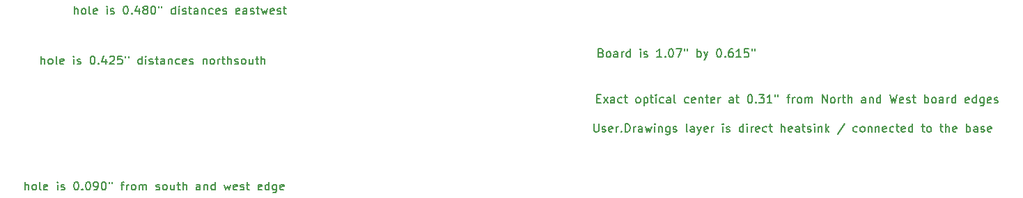
<source format=gbr>
%TF.GenerationSoftware,KiCad,Pcbnew,9.0.0*%
%TF.CreationDate,2025-04-02T12:45:21-07:00*%
%TF.ProjectId,LEDBoard,4c454442-6f61-4726-942e-6b696361645f,rev?*%
%TF.SameCoordinates,Original*%
%TF.FileFunction,Other,Comment*%
%FSLAX46Y46*%
G04 Gerber Fmt 4.6, Leading zero omitted, Abs format (unit mm)*
G04 Created by KiCad (PCBNEW 9.0.0) date 2025-04-02 12:45:21*
%MOMM*%
%LPD*%
G01*
G04 APERTURE LIST*
%ADD10C,0.150000*%
G04 APERTURE END LIST*
D10*
X91817419Y-109364139D02*
X91817419Y-108364139D01*
X92245990Y-109364139D02*
X92245990Y-108840329D01*
X92245990Y-108840329D02*
X92198371Y-108745091D01*
X92198371Y-108745091D02*
X92103133Y-108697472D01*
X92103133Y-108697472D02*
X91960276Y-108697472D01*
X91960276Y-108697472D02*
X91865038Y-108745091D01*
X91865038Y-108745091D02*
X91817419Y-108792710D01*
X92865038Y-109364139D02*
X92769800Y-109316520D01*
X92769800Y-109316520D02*
X92722181Y-109268900D01*
X92722181Y-109268900D02*
X92674562Y-109173662D01*
X92674562Y-109173662D02*
X92674562Y-108887948D01*
X92674562Y-108887948D02*
X92722181Y-108792710D01*
X92722181Y-108792710D02*
X92769800Y-108745091D01*
X92769800Y-108745091D02*
X92865038Y-108697472D01*
X92865038Y-108697472D02*
X93007895Y-108697472D01*
X93007895Y-108697472D02*
X93103133Y-108745091D01*
X93103133Y-108745091D02*
X93150752Y-108792710D01*
X93150752Y-108792710D02*
X93198371Y-108887948D01*
X93198371Y-108887948D02*
X93198371Y-109173662D01*
X93198371Y-109173662D02*
X93150752Y-109268900D01*
X93150752Y-109268900D02*
X93103133Y-109316520D01*
X93103133Y-109316520D02*
X93007895Y-109364139D01*
X93007895Y-109364139D02*
X92865038Y-109364139D01*
X93769800Y-109364139D02*
X93674562Y-109316520D01*
X93674562Y-109316520D02*
X93626943Y-109221281D01*
X93626943Y-109221281D02*
X93626943Y-108364139D01*
X94531705Y-109316520D02*
X94436467Y-109364139D01*
X94436467Y-109364139D02*
X94245991Y-109364139D01*
X94245991Y-109364139D02*
X94150753Y-109316520D01*
X94150753Y-109316520D02*
X94103134Y-109221281D01*
X94103134Y-109221281D02*
X94103134Y-108840329D01*
X94103134Y-108840329D02*
X94150753Y-108745091D01*
X94150753Y-108745091D02*
X94245991Y-108697472D01*
X94245991Y-108697472D02*
X94436467Y-108697472D01*
X94436467Y-108697472D02*
X94531705Y-108745091D01*
X94531705Y-108745091D02*
X94579324Y-108840329D01*
X94579324Y-108840329D02*
X94579324Y-108935567D01*
X94579324Y-108935567D02*
X94103134Y-109030805D01*
X95769801Y-109364139D02*
X95769801Y-108697472D01*
X95769801Y-108364139D02*
X95722182Y-108411758D01*
X95722182Y-108411758D02*
X95769801Y-108459377D01*
X95769801Y-108459377D02*
X95817420Y-108411758D01*
X95817420Y-108411758D02*
X95769801Y-108364139D01*
X95769801Y-108364139D02*
X95769801Y-108459377D01*
X96198372Y-109316520D02*
X96293610Y-109364139D01*
X96293610Y-109364139D02*
X96484086Y-109364139D01*
X96484086Y-109364139D02*
X96579324Y-109316520D01*
X96579324Y-109316520D02*
X96626943Y-109221281D01*
X96626943Y-109221281D02*
X96626943Y-109173662D01*
X96626943Y-109173662D02*
X96579324Y-109078424D01*
X96579324Y-109078424D02*
X96484086Y-109030805D01*
X96484086Y-109030805D02*
X96341229Y-109030805D01*
X96341229Y-109030805D02*
X96245991Y-108983186D01*
X96245991Y-108983186D02*
X96198372Y-108887948D01*
X96198372Y-108887948D02*
X96198372Y-108840329D01*
X96198372Y-108840329D02*
X96245991Y-108745091D01*
X96245991Y-108745091D02*
X96341229Y-108697472D01*
X96341229Y-108697472D02*
X96484086Y-108697472D01*
X96484086Y-108697472D02*
X96579324Y-108745091D01*
X98007896Y-108364139D02*
X98103134Y-108364139D01*
X98103134Y-108364139D02*
X98198372Y-108411758D01*
X98198372Y-108411758D02*
X98245991Y-108459377D01*
X98245991Y-108459377D02*
X98293610Y-108554615D01*
X98293610Y-108554615D02*
X98341229Y-108745091D01*
X98341229Y-108745091D02*
X98341229Y-108983186D01*
X98341229Y-108983186D02*
X98293610Y-109173662D01*
X98293610Y-109173662D02*
X98245991Y-109268900D01*
X98245991Y-109268900D02*
X98198372Y-109316520D01*
X98198372Y-109316520D02*
X98103134Y-109364139D01*
X98103134Y-109364139D02*
X98007896Y-109364139D01*
X98007896Y-109364139D02*
X97912658Y-109316520D01*
X97912658Y-109316520D02*
X97865039Y-109268900D01*
X97865039Y-109268900D02*
X97817420Y-109173662D01*
X97817420Y-109173662D02*
X97769801Y-108983186D01*
X97769801Y-108983186D02*
X97769801Y-108745091D01*
X97769801Y-108745091D02*
X97817420Y-108554615D01*
X97817420Y-108554615D02*
X97865039Y-108459377D01*
X97865039Y-108459377D02*
X97912658Y-108411758D01*
X97912658Y-108411758D02*
X98007896Y-108364139D01*
X98769801Y-109268900D02*
X98817420Y-109316520D01*
X98817420Y-109316520D02*
X98769801Y-109364139D01*
X98769801Y-109364139D02*
X98722182Y-109316520D01*
X98722182Y-109316520D02*
X98769801Y-109268900D01*
X98769801Y-109268900D02*
X98769801Y-109364139D01*
X99436467Y-108364139D02*
X99531705Y-108364139D01*
X99531705Y-108364139D02*
X99626943Y-108411758D01*
X99626943Y-108411758D02*
X99674562Y-108459377D01*
X99674562Y-108459377D02*
X99722181Y-108554615D01*
X99722181Y-108554615D02*
X99769800Y-108745091D01*
X99769800Y-108745091D02*
X99769800Y-108983186D01*
X99769800Y-108983186D02*
X99722181Y-109173662D01*
X99722181Y-109173662D02*
X99674562Y-109268900D01*
X99674562Y-109268900D02*
X99626943Y-109316520D01*
X99626943Y-109316520D02*
X99531705Y-109364139D01*
X99531705Y-109364139D02*
X99436467Y-109364139D01*
X99436467Y-109364139D02*
X99341229Y-109316520D01*
X99341229Y-109316520D02*
X99293610Y-109268900D01*
X99293610Y-109268900D02*
X99245991Y-109173662D01*
X99245991Y-109173662D02*
X99198372Y-108983186D01*
X99198372Y-108983186D02*
X99198372Y-108745091D01*
X99198372Y-108745091D02*
X99245991Y-108554615D01*
X99245991Y-108554615D02*
X99293610Y-108459377D01*
X99293610Y-108459377D02*
X99341229Y-108411758D01*
X99341229Y-108411758D02*
X99436467Y-108364139D01*
X100245991Y-109364139D02*
X100436467Y-109364139D01*
X100436467Y-109364139D02*
X100531705Y-109316520D01*
X100531705Y-109316520D02*
X100579324Y-109268900D01*
X100579324Y-109268900D02*
X100674562Y-109126043D01*
X100674562Y-109126043D02*
X100722181Y-108935567D01*
X100722181Y-108935567D02*
X100722181Y-108554615D01*
X100722181Y-108554615D02*
X100674562Y-108459377D01*
X100674562Y-108459377D02*
X100626943Y-108411758D01*
X100626943Y-108411758D02*
X100531705Y-108364139D01*
X100531705Y-108364139D02*
X100341229Y-108364139D01*
X100341229Y-108364139D02*
X100245991Y-108411758D01*
X100245991Y-108411758D02*
X100198372Y-108459377D01*
X100198372Y-108459377D02*
X100150753Y-108554615D01*
X100150753Y-108554615D02*
X100150753Y-108792710D01*
X100150753Y-108792710D02*
X100198372Y-108887948D01*
X100198372Y-108887948D02*
X100245991Y-108935567D01*
X100245991Y-108935567D02*
X100341229Y-108983186D01*
X100341229Y-108983186D02*
X100531705Y-108983186D01*
X100531705Y-108983186D02*
X100626943Y-108935567D01*
X100626943Y-108935567D02*
X100674562Y-108887948D01*
X100674562Y-108887948D02*
X100722181Y-108792710D01*
X101341229Y-108364139D02*
X101436467Y-108364139D01*
X101436467Y-108364139D02*
X101531705Y-108411758D01*
X101531705Y-108411758D02*
X101579324Y-108459377D01*
X101579324Y-108459377D02*
X101626943Y-108554615D01*
X101626943Y-108554615D02*
X101674562Y-108745091D01*
X101674562Y-108745091D02*
X101674562Y-108983186D01*
X101674562Y-108983186D02*
X101626943Y-109173662D01*
X101626943Y-109173662D02*
X101579324Y-109268900D01*
X101579324Y-109268900D02*
X101531705Y-109316520D01*
X101531705Y-109316520D02*
X101436467Y-109364139D01*
X101436467Y-109364139D02*
X101341229Y-109364139D01*
X101341229Y-109364139D02*
X101245991Y-109316520D01*
X101245991Y-109316520D02*
X101198372Y-109268900D01*
X101198372Y-109268900D02*
X101150753Y-109173662D01*
X101150753Y-109173662D02*
X101103134Y-108983186D01*
X101103134Y-108983186D02*
X101103134Y-108745091D01*
X101103134Y-108745091D02*
X101150753Y-108554615D01*
X101150753Y-108554615D02*
X101198372Y-108459377D01*
X101198372Y-108459377D02*
X101245991Y-108411758D01*
X101245991Y-108411758D02*
X101341229Y-108364139D01*
X102055515Y-108364139D02*
X102055515Y-108554615D01*
X102436467Y-108364139D02*
X102436467Y-108554615D01*
X103484087Y-108697472D02*
X103865039Y-108697472D01*
X103626944Y-109364139D02*
X103626944Y-108506996D01*
X103626944Y-108506996D02*
X103674563Y-108411758D01*
X103674563Y-108411758D02*
X103769801Y-108364139D01*
X103769801Y-108364139D02*
X103865039Y-108364139D01*
X104198373Y-109364139D02*
X104198373Y-108697472D01*
X104198373Y-108887948D02*
X104245992Y-108792710D01*
X104245992Y-108792710D02*
X104293611Y-108745091D01*
X104293611Y-108745091D02*
X104388849Y-108697472D01*
X104388849Y-108697472D02*
X104484087Y-108697472D01*
X104960278Y-109364139D02*
X104865040Y-109316520D01*
X104865040Y-109316520D02*
X104817421Y-109268900D01*
X104817421Y-109268900D02*
X104769802Y-109173662D01*
X104769802Y-109173662D02*
X104769802Y-108887948D01*
X104769802Y-108887948D02*
X104817421Y-108792710D01*
X104817421Y-108792710D02*
X104865040Y-108745091D01*
X104865040Y-108745091D02*
X104960278Y-108697472D01*
X104960278Y-108697472D02*
X105103135Y-108697472D01*
X105103135Y-108697472D02*
X105198373Y-108745091D01*
X105198373Y-108745091D02*
X105245992Y-108792710D01*
X105245992Y-108792710D02*
X105293611Y-108887948D01*
X105293611Y-108887948D02*
X105293611Y-109173662D01*
X105293611Y-109173662D02*
X105245992Y-109268900D01*
X105245992Y-109268900D02*
X105198373Y-109316520D01*
X105198373Y-109316520D02*
X105103135Y-109364139D01*
X105103135Y-109364139D02*
X104960278Y-109364139D01*
X105722183Y-109364139D02*
X105722183Y-108697472D01*
X105722183Y-108792710D02*
X105769802Y-108745091D01*
X105769802Y-108745091D02*
X105865040Y-108697472D01*
X105865040Y-108697472D02*
X106007897Y-108697472D01*
X106007897Y-108697472D02*
X106103135Y-108745091D01*
X106103135Y-108745091D02*
X106150754Y-108840329D01*
X106150754Y-108840329D02*
X106150754Y-109364139D01*
X106150754Y-108840329D02*
X106198373Y-108745091D01*
X106198373Y-108745091D02*
X106293611Y-108697472D01*
X106293611Y-108697472D02*
X106436468Y-108697472D01*
X106436468Y-108697472D02*
X106531707Y-108745091D01*
X106531707Y-108745091D02*
X106579326Y-108840329D01*
X106579326Y-108840329D02*
X106579326Y-109364139D01*
X107769802Y-109316520D02*
X107865040Y-109364139D01*
X107865040Y-109364139D02*
X108055516Y-109364139D01*
X108055516Y-109364139D02*
X108150754Y-109316520D01*
X108150754Y-109316520D02*
X108198373Y-109221281D01*
X108198373Y-109221281D02*
X108198373Y-109173662D01*
X108198373Y-109173662D02*
X108150754Y-109078424D01*
X108150754Y-109078424D02*
X108055516Y-109030805D01*
X108055516Y-109030805D02*
X107912659Y-109030805D01*
X107912659Y-109030805D02*
X107817421Y-108983186D01*
X107817421Y-108983186D02*
X107769802Y-108887948D01*
X107769802Y-108887948D02*
X107769802Y-108840329D01*
X107769802Y-108840329D02*
X107817421Y-108745091D01*
X107817421Y-108745091D02*
X107912659Y-108697472D01*
X107912659Y-108697472D02*
X108055516Y-108697472D01*
X108055516Y-108697472D02*
X108150754Y-108745091D01*
X108769802Y-109364139D02*
X108674564Y-109316520D01*
X108674564Y-109316520D02*
X108626945Y-109268900D01*
X108626945Y-109268900D02*
X108579326Y-109173662D01*
X108579326Y-109173662D02*
X108579326Y-108887948D01*
X108579326Y-108887948D02*
X108626945Y-108792710D01*
X108626945Y-108792710D02*
X108674564Y-108745091D01*
X108674564Y-108745091D02*
X108769802Y-108697472D01*
X108769802Y-108697472D02*
X108912659Y-108697472D01*
X108912659Y-108697472D02*
X109007897Y-108745091D01*
X109007897Y-108745091D02*
X109055516Y-108792710D01*
X109055516Y-108792710D02*
X109103135Y-108887948D01*
X109103135Y-108887948D02*
X109103135Y-109173662D01*
X109103135Y-109173662D02*
X109055516Y-109268900D01*
X109055516Y-109268900D02*
X109007897Y-109316520D01*
X109007897Y-109316520D02*
X108912659Y-109364139D01*
X108912659Y-109364139D02*
X108769802Y-109364139D01*
X109960278Y-108697472D02*
X109960278Y-109364139D01*
X109531707Y-108697472D02*
X109531707Y-109221281D01*
X109531707Y-109221281D02*
X109579326Y-109316520D01*
X109579326Y-109316520D02*
X109674564Y-109364139D01*
X109674564Y-109364139D02*
X109817421Y-109364139D01*
X109817421Y-109364139D02*
X109912659Y-109316520D01*
X109912659Y-109316520D02*
X109960278Y-109268900D01*
X110293612Y-108697472D02*
X110674564Y-108697472D01*
X110436469Y-108364139D02*
X110436469Y-109221281D01*
X110436469Y-109221281D02*
X110484088Y-109316520D01*
X110484088Y-109316520D02*
X110579326Y-109364139D01*
X110579326Y-109364139D02*
X110674564Y-109364139D01*
X111007898Y-109364139D02*
X111007898Y-108364139D01*
X111436469Y-109364139D02*
X111436469Y-108840329D01*
X111436469Y-108840329D02*
X111388850Y-108745091D01*
X111388850Y-108745091D02*
X111293612Y-108697472D01*
X111293612Y-108697472D02*
X111150755Y-108697472D01*
X111150755Y-108697472D02*
X111055517Y-108745091D01*
X111055517Y-108745091D02*
X111007898Y-108792710D01*
X113103136Y-109364139D02*
X113103136Y-108840329D01*
X113103136Y-108840329D02*
X113055517Y-108745091D01*
X113055517Y-108745091D02*
X112960279Y-108697472D01*
X112960279Y-108697472D02*
X112769803Y-108697472D01*
X112769803Y-108697472D02*
X112674565Y-108745091D01*
X113103136Y-109316520D02*
X113007898Y-109364139D01*
X113007898Y-109364139D02*
X112769803Y-109364139D01*
X112769803Y-109364139D02*
X112674565Y-109316520D01*
X112674565Y-109316520D02*
X112626946Y-109221281D01*
X112626946Y-109221281D02*
X112626946Y-109126043D01*
X112626946Y-109126043D02*
X112674565Y-109030805D01*
X112674565Y-109030805D02*
X112769803Y-108983186D01*
X112769803Y-108983186D02*
X113007898Y-108983186D01*
X113007898Y-108983186D02*
X113103136Y-108935567D01*
X113579327Y-108697472D02*
X113579327Y-109364139D01*
X113579327Y-108792710D02*
X113626946Y-108745091D01*
X113626946Y-108745091D02*
X113722184Y-108697472D01*
X113722184Y-108697472D02*
X113865041Y-108697472D01*
X113865041Y-108697472D02*
X113960279Y-108745091D01*
X113960279Y-108745091D02*
X114007898Y-108840329D01*
X114007898Y-108840329D02*
X114007898Y-109364139D01*
X114912660Y-109364139D02*
X114912660Y-108364139D01*
X114912660Y-109316520D02*
X114817422Y-109364139D01*
X114817422Y-109364139D02*
X114626946Y-109364139D01*
X114626946Y-109364139D02*
X114531708Y-109316520D01*
X114531708Y-109316520D02*
X114484089Y-109268900D01*
X114484089Y-109268900D02*
X114436470Y-109173662D01*
X114436470Y-109173662D02*
X114436470Y-108887948D01*
X114436470Y-108887948D02*
X114484089Y-108792710D01*
X114484089Y-108792710D02*
X114531708Y-108745091D01*
X114531708Y-108745091D02*
X114626946Y-108697472D01*
X114626946Y-108697472D02*
X114817422Y-108697472D01*
X114817422Y-108697472D02*
X114912660Y-108745091D01*
X116055518Y-108697472D02*
X116245994Y-109364139D01*
X116245994Y-109364139D02*
X116436470Y-108887948D01*
X116436470Y-108887948D02*
X116626946Y-109364139D01*
X116626946Y-109364139D02*
X116817422Y-108697472D01*
X117579327Y-109316520D02*
X117484089Y-109364139D01*
X117484089Y-109364139D02*
X117293613Y-109364139D01*
X117293613Y-109364139D02*
X117198375Y-109316520D01*
X117198375Y-109316520D02*
X117150756Y-109221281D01*
X117150756Y-109221281D02*
X117150756Y-108840329D01*
X117150756Y-108840329D02*
X117198375Y-108745091D01*
X117198375Y-108745091D02*
X117293613Y-108697472D01*
X117293613Y-108697472D02*
X117484089Y-108697472D01*
X117484089Y-108697472D02*
X117579327Y-108745091D01*
X117579327Y-108745091D02*
X117626946Y-108840329D01*
X117626946Y-108840329D02*
X117626946Y-108935567D01*
X117626946Y-108935567D02*
X117150756Y-109030805D01*
X118007899Y-109316520D02*
X118103137Y-109364139D01*
X118103137Y-109364139D02*
X118293613Y-109364139D01*
X118293613Y-109364139D02*
X118388851Y-109316520D01*
X118388851Y-109316520D02*
X118436470Y-109221281D01*
X118436470Y-109221281D02*
X118436470Y-109173662D01*
X118436470Y-109173662D02*
X118388851Y-109078424D01*
X118388851Y-109078424D02*
X118293613Y-109030805D01*
X118293613Y-109030805D02*
X118150756Y-109030805D01*
X118150756Y-109030805D02*
X118055518Y-108983186D01*
X118055518Y-108983186D02*
X118007899Y-108887948D01*
X118007899Y-108887948D02*
X118007899Y-108840329D01*
X118007899Y-108840329D02*
X118055518Y-108745091D01*
X118055518Y-108745091D02*
X118150756Y-108697472D01*
X118150756Y-108697472D02*
X118293613Y-108697472D01*
X118293613Y-108697472D02*
X118388851Y-108745091D01*
X118722185Y-108697472D02*
X119103137Y-108697472D01*
X118865042Y-108364139D02*
X118865042Y-109221281D01*
X118865042Y-109221281D02*
X118912661Y-109316520D01*
X118912661Y-109316520D02*
X119007899Y-109364139D01*
X119007899Y-109364139D02*
X119103137Y-109364139D01*
X120579328Y-109316520D02*
X120484090Y-109364139D01*
X120484090Y-109364139D02*
X120293614Y-109364139D01*
X120293614Y-109364139D02*
X120198376Y-109316520D01*
X120198376Y-109316520D02*
X120150757Y-109221281D01*
X120150757Y-109221281D02*
X120150757Y-108840329D01*
X120150757Y-108840329D02*
X120198376Y-108745091D01*
X120198376Y-108745091D02*
X120293614Y-108697472D01*
X120293614Y-108697472D02*
X120484090Y-108697472D01*
X120484090Y-108697472D02*
X120579328Y-108745091D01*
X120579328Y-108745091D02*
X120626947Y-108840329D01*
X120626947Y-108840329D02*
X120626947Y-108935567D01*
X120626947Y-108935567D02*
X120150757Y-109030805D01*
X121484090Y-109364139D02*
X121484090Y-108364139D01*
X121484090Y-109316520D02*
X121388852Y-109364139D01*
X121388852Y-109364139D02*
X121198376Y-109364139D01*
X121198376Y-109364139D02*
X121103138Y-109316520D01*
X121103138Y-109316520D02*
X121055519Y-109268900D01*
X121055519Y-109268900D02*
X121007900Y-109173662D01*
X121007900Y-109173662D02*
X121007900Y-108887948D01*
X121007900Y-108887948D02*
X121055519Y-108792710D01*
X121055519Y-108792710D02*
X121103138Y-108745091D01*
X121103138Y-108745091D02*
X121198376Y-108697472D01*
X121198376Y-108697472D02*
X121388852Y-108697472D01*
X121388852Y-108697472D02*
X121484090Y-108745091D01*
X122388852Y-108697472D02*
X122388852Y-109506996D01*
X122388852Y-109506996D02*
X122341233Y-109602234D01*
X122341233Y-109602234D02*
X122293614Y-109649853D01*
X122293614Y-109649853D02*
X122198376Y-109697472D01*
X122198376Y-109697472D02*
X122055519Y-109697472D01*
X122055519Y-109697472D02*
X121960281Y-109649853D01*
X122388852Y-109316520D02*
X122293614Y-109364139D01*
X122293614Y-109364139D02*
X122103138Y-109364139D01*
X122103138Y-109364139D02*
X122007900Y-109316520D01*
X122007900Y-109316520D02*
X121960281Y-109268900D01*
X121960281Y-109268900D02*
X121912662Y-109173662D01*
X121912662Y-109173662D02*
X121912662Y-108887948D01*
X121912662Y-108887948D02*
X121960281Y-108792710D01*
X121960281Y-108792710D02*
X122007900Y-108745091D01*
X122007900Y-108745091D02*
X122103138Y-108697472D01*
X122103138Y-108697472D02*
X122293614Y-108697472D01*
X122293614Y-108697472D02*
X122388852Y-108745091D01*
X123245995Y-109316520D02*
X123150757Y-109364139D01*
X123150757Y-109364139D02*
X122960281Y-109364139D01*
X122960281Y-109364139D02*
X122865043Y-109316520D01*
X122865043Y-109316520D02*
X122817424Y-109221281D01*
X122817424Y-109221281D02*
X122817424Y-108840329D01*
X122817424Y-108840329D02*
X122865043Y-108745091D01*
X122865043Y-108745091D02*
X122960281Y-108697472D01*
X122960281Y-108697472D02*
X123150757Y-108697472D01*
X123150757Y-108697472D02*
X123245995Y-108745091D01*
X123245995Y-108745091D02*
X123293614Y-108840329D01*
X123293614Y-108840329D02*
X123293614Y-108935567D01*
X123293614Y-108935567D02*
X122817424Y-109030805D01*
X93796079Y-94047939D02*
X93796079Y-93047939D01*
X94224650Y-94047939D02*
X94224650Y-93524129D01*
X94224650Y-93524129D02*
X94177031Y-93428891D01*
X94177031Y-93428891D02*
X94081793Y-93381272D01*
X94081793Y-93381272D02*
X93938936Y-93381272D01*
X93938936Y-93381272D02*
X93843698Y-93428891D01*
X93843698Y-93428891D02*
X93796079Y-93476510D01*
X94843698Y-94047939D02*
X94748460Y-94000320D01*
X94748460Y-94000320D02*
X94700841Y-93952700D01*
X94700841Y-93952700D02*
X94653222Y-93857462D01*
X94653222Y-93857462D02*
X94653222Y-93571748D01*
X94653222Y-93571748D02*
X94700841Y-93476510D01*
X94700841Y-93476510D02*
X94748460Y-93428891D01*
X94748460Y-93428891D02*
X94843698Y-93381272D01*
X94843698Y-93381272D02*
X94986555Y-93381272D01*
X94986555Y-93381272D02*
X95081793Y-93428891D01*
X95081793Y-93428891D02*
X95129412Y-93476510D01*
X95129412Y-93476510D02*
X95177031Y-93571748D01*
X95177031Y-93571748D02*
X95177031Y-93857462D01*
X95177031Y-93857462D02*
X95129412Y-93952700D01*
X95129412Y-93952700D02*
X95081793Y-94000320D01*
X95081793Y-94000320D02*
X94986555Y-94047939D01*
X94986555Y-94047939D02*
X94843698Y-94047939D01*
X95748460Y-94047939D02*
X95653222Y-94000320D01*
X95653222Y-94000320D02*
X95605603Y-93905081D01*
X95605603Y-93905081D02*
X95605603Y-93047939D01*
X96510365Y-94000320D02*
X96415127Y-94047939D01*
X96415127Y-94047939D02*
X96224651Y-94047939D01*
X96224651Y-94047939D02*
X96129413Y-94000320D01*
X96129413Y-94000320D02*
X96081794Y-93905081D01*
X96081794Y-93905081D02*
X96081794Y-93524129D01*
X96081794Y-93524129D02*
X96129413Y-93428891D01*
X96129413Y-93428891D02*
X96224651Y-93381272D01*
X96224651Y-93381272D02*
X96415127Y-93381272D01*
X96415127Y-93381272D02*
X96510365Y-93428891D01*
X96510365Y-93428891D02*
X96557984Y-93524129D01*
X96557984Y-93524129D02*
X96557984Y-93619367D01*
X96557984Y-93619367D02*
X96081794Y-93714605D01*
X97748461Y-94047939D02*
X97748461Y-93381272D01*
X97748461Y-93047939D02*
X97700842Y-93095558D01*
X97700842Y-93095558D02*
X97748461Y-93143177D01*
X97748461Y-93143177D02*
X97796080Y-93095558D01*
X97796080Y-93095558D02*
X97748461Y-93047939D01*
X97748461Y-93047939D02*
X97748461Y-93143177D01*
X98177032Y-94000320D02*
X98272270Y-94047939D01*
X98272270Y-94047939D02*
X98462746Y-94047939D01*
X98462746Y-94047939D02*
X98557984Y-94000320D01*
X98557984Y-94000320D02*
X98605603Y-93905081D01*
X98605603Y-93905081D02*
X98605603Y-93857462D01*
X98605603Y-93857462D02*
X98557984Y-93762224D01*
X98557984Y-93762224D02*
X98462746Y-93714605D01*
X98462746Y-93714605D02*
X98319889Y-93714605D01*
X98319889Y-93714605D02*
X98224651Y-93666986D01*
X98224651Y-93666986D02*
X98177032Y-93571748D01*
X98177032Y-93571748D02*
X98177032Y-93524129D01*
X98177032Y-93524129D02*
X98224651Y-93428891D01*
X98224651Y-93428891D02*
X98319889Y-93381272D01*
X98319889Y-93381272D02*
X98462746Y-93381272D01*
X98462746Y-93381272D02*
X98557984Y-93428891D01*
X99986556Y-93047939D02*
X100081794Y-93047939D01*
X100081794Y-93047939D02*
X100177032Y-93095558D01*
X100177032Y-93095558D02*
X100224651Y-93143177D01*
X100224651Y-93143177D02*
X100272270Y-93238415D01*
X100272270Y-93238415D02*
X100319889Y-93428891D01*
X100319889Y-93428891D02*
X100319889Y-93666986D01*
X100319889Y-93666986D02*
X100272270Y-93857462D01*
X100272270Y-93857462D02*
X100224651Y-93952700D01*
X100224651Y-93952700D02*
X100177032Y-94000320D01*
X100177032Y-94000320D02*
X100081794Y-94047939D01*
X100081794Y-94047939D02*
X99986556Y-94047939D01*
X99986556Y-94047939D02*
X99891318Y-94000320D01*
X99891318Y-94000320D02*
X99843699Y-93952700D01*
X99843699Y-93952700D02*
X99796080Y-93857462D01*
X99796080Y-93857462D02*
X99748461Y-93666986D01*
X99748461Y-93666986D02*
X99748461Y-93428891D01*
X99748461Y-93428891D02*
X99796080Y-93238415D01*
X99796080Y-93238415D02*
X99843699Y-93143177D01*
X99843699Y-93143177D02*
X99891318Y-93095558D01*
X99891318Y-93095558D02*
X99986556Y-93047939D01*
X100748461Y-93952700D02*
X100796080Y-94000320D01*
X100796080Y-94000320D02*
X100748461Y-94047939D01*
X100748461Y-94047939D02*
X100700842Y-94000320D01*
X100700842Y-94000320D02*
X100748461Y-93952700D01*
X100748461Y-93952700D02*
X100748461Y-94047939D01*
X101653222Y-93381272D02*
X101653222Y-94047939D01*
X101415127Y-93000320D02*
X101177032Y-93714605D01*
X101177032Y-93714605D02*
X101796079Y-93714605D01*
X102129413Y-93143177D02*
X102177032Y-93095558D01*
X102177032Y-93095558D02*
X102272270Y-93047939D01*
X102272270Y-93047939D02*
X102510365Y-93047939D01*
X102510365Y-93047939D02*
X102605603Y-93095558D01*
X102605603Y-93095558D02*
X102653222Y-93143177D01*
X102653222Y-93143177D02*
X102700841Y-93238415D01*
X102700841Y-93238415D02*
X102700841Y-93333653D01*
X102700841Y-93333653D02*
X102653222Y-93476510D01*
X102653222Y-93476510D02*
X102081794Y-94047939D01*
X102081794Y-94047939D02*
X102700841Y-94047939D01*
X103605603Y-93047939D02*
X103129413Y-93047939D01*
X103129413Y-93047939D02*
X103081794Y-93524129D01*
X103081794Y-93524129D02*
X103129413Y-93476510D01*
X103129413Y-93476510D02*
X103224651Y-93428891D01*
X103224651Y-93428891D02*
X103462746Y-93428891D01*
X103462746Y-93428891D02*
X103557984Y-93476510D01*
X103557984Y-93476510D02*
X103605603Y-93524129D01*
X103605603Y-93524129D02*
X103653222Y-93619367D01*
X103653222Y-93619367D02*
X103653222Y-93857462D01*
X103653222Y-93857462D02*
X103605603Y-93952700D01*
X103605603Y-93952700D02*
X103557984Y-94000320D01*
X103557984Y-94000320D02*
X103462746Y-94047939D01*
X103462746Y-94047939D02*
X103224651Y-94047939D01*
X103224651Y-94047939D02*
X103129413Y-94000320D01*
X103129413Y-94000320D02*
X103081794Y-93952700D01*
X104034175Y-93047939D02*
X104034175Y-93238415D01*
X104415127Y-93047939D02*
X104415127Y-93238415D01*
X106034175Y-94047939D02*
X106034175Y-93047939D01*
X106034175Y-94000320D02*
X105938937Y-94047939D01*
X105938937Y-94047939D02*
X105748461Y-94047939D01*
X105748461Y-94047939D02*
X105653223Y-94000320D01*
X105653223Y-94000320D02*
X105605604Y-93952700D01*
X105605604Y-93952700D02*
X105557985Y-93857462D01*
X105557985Y-93857462D02*
X105557985Y-93571748D01*
X105557985Y-93571748D02*
X105605604Y-93476510D01*
X105605604Y-93476510D02*
X105653223Y-93428891D01*
X105653223Y-93428891D02*
X105748461Y-93381272D01*
X105748461Y-93381272D02*
X105938937Y-93381272D01*
X105938937Y-93381272D02*
X106034175Y-93428891D01*
X106510366Y-94047939D02*
X106510366Y-93381272D01*
X106510366Y-93047939D02*
X106462747Y-93095558D01*
X106462747Y-93095558D02*
X106510366Y-93143177D01*
X106510366Y-93143177D02*
X106557985Y-93095558D01*
X106557985Y-93095558D02*
X106510366Y-93047939D01*
X106510366Y-93047939D02*
X106510366Y-93143177D01*
X106938937Y-94000320D02*
X107034175Y-94047939D01*
X107034175Y-94047939D02*
X107224651Y-94047939D01*
X107224651Y-94047939D02*
X107319889Y-94000320D01*
X107319889Y-94000320D02*
X107367508Y-93905081D01*
X107367508Y-93905081D02*
X107367508Y-93857462D01*
X107367508Y-93857462D02*
X107319889Y-93762224D01*
X107319889Y-93762224D02*
X107224651Y-93714605D01*
X107224651Y-93714605D02*
X107081794Y-93714605D01*
X107081794Y-93714605D02*
X106986556Y-93666986D01*
X106986556Y-93666986D02*
X106938937Y-93571748D01*
X106938937Y-93571748D02*
X106938937Y-93524129D01*
X106938937Y-93524129D02*
X106986556Y-93428891D01*
X106986556Y-93428891D02*
X107081794Y-93381272D01*
X107081794Y-93381272D02*
X107224651Y-93381272D01*
X107224651Y-93381272D02*
X107319889Y-93428891D01*
X107653223Y-93381272D02*
X108034175Y-93381272D01*
X107796080Y-93047939D02*
X107796080Y-93905081D01*
X107796080Y-93905081D02*
X107843699Y-94000320D01*
X107843699Y-94000320D02*
X107938937Y-94047939D01*
X107938937Y-94047939D02*
X108034175Y-94047939D01*
X108796080Y-94047939D02*
X108796080Y-93524129D01*
X108796080Y-93524129D02*
X108748461Y-93428891D01*
X108748461Y-93428891D02*
X108653223Y-93381272D01*
X108653223Y-93381272D02*
X108462747Y-93381272D01*
X108462747Y-93381272D02*
X108367509Y-93428891D01*
X108796080Y-94000320D02*
X108700842Y-94047939D01*
X108700842Y-94047939D02*
X108462747Y-94047939D01*
X108462747Y-94047939D02*
X108367509Y-94000320D01*
X108367509Y-94000320D02*
X108319890Y-93905081D01*
X108319890Y-93905081D02*
X108319890Y-93809843D01*
X108319890Y-93809843D02*
X108367509Y-93714605D01*
X108367509Y-93714605D02*
X108462747Y-93666986D01*
X108462747Y-93666986D02*
X108700842Y-93666986D01*
X108700842Y-93666986D02*
X108796080Y-93619367D01*
X109272271Y-93381272D02*
X109272271Y-94047939D01*
X109272271Y-93476510D02*
X109319890Y-93428891D01*
X109319890Y-93428891D02*
X109415128Y-93381272D01*
X109415128Y-93381272D02*
X109557985Y-93381272D01*
X109557985Y-93381272D02*
X109653223Y-93428891D01*
X109653223Y-93428891D02*
X109700842Y-93524129D01*
X109700842Y-93524129D02*
X109700842Y-94047939D01*
X110605604Y-94000320D02*
X110510366Y-94047939D01*
X110510366Y-94047939D02*
X110319890Y-94047939D01*
X110319890Y-94047939D02*
X110224652Y-94000320D01*
X110224652Y-94000320D02*
X110177033Y-93952700D01*
X110177033Y-93952700D02*
X110129414Y-93857462D01*
X110129414Y-93857462D02*
X110129414Y-93571748D01*
X110129414Y-93571748D02*
X110177033Y-93476510D01*
X110177033Y-93476510D02*
X110224652Y-93428891D01*
X110224652Y-93428891D02*
X110319890Y-93381272D01*
X110319890Y-93381272D02*
X110510366Y-93381272D01*
X110510366Y-93381272D02*
X110605604Y-93428891D01*
X111415128Y-94000320D02*
X111319890Y-94047939D01*
X111319890Y-94047939D02*
X111129414Y-94047939D01*
X111129414Y-94047939D02*
X111034176Y-94000320D01*
X111034176Y-94000320D02*
X110986557Y-93905081D01*
X110986557Y-93905081D02*
X110986557Y-93524129D01*
X110986557Y-93524129D02*
X111034176Y-93428891D01*
X111034176Y-93428891D02*
X111129414Y-93381272D01*
X111129414Y-93381272D02*
X111319890Y-93381272D01*
X111319890Y-93381272D02*
X111415128Y-93428891D01*
X111415128Y-93428891D02*
X111462747Y-93524129D01*
X111462747Y-93524129D02*
X111462747Y-93619367D01*
X111462747Y-93619367D02*
X110986557Y-93714605D01*
X111843700Y-94000320D02*
X111938938Y-94047939D01*
X111938938Y-94047939D02*
X112129414Y-94047939D01*
X112129414Y-94047939D02*
X112224652Y-94000320D01*
X112224652Y-94000320D02*
X112272271Y-93905081D01*
X112272271Y-93905081D02*
X112272271Y-93857462D01*
X112272271Y-93857462D02*
X112224652Y-93762224D01*
X112224652Y-93762224D02*
X112129414Y-93714605D01*
X112129414Y-93714605D02*
X111986557Y-93714605D01*
X111986557Y-93714605D02*
X111891319Y-93666986D01*
X111891319Y-93666986D02*
X111843700Y-93571748D01*
X111843700Y-93571748D02*
X111843700Y-93524129D01*
X111843700Y-93524129D02*
X111891319Y-93428891D01*
X111891319Y-93428891D02*
X111986557Y-93381272D01*
X111986557Y-93381272D02*
X112129414Y-93381272D01*
X112129414Y-93381272D02*
X112224652Y-93428891D01*
X113462748Y-93381272D02*
X113462748Y-94047939D01*
X113462748Y-93476510D02*
X113510367Y-93428891D01*
X113510367Y-93428891D02*
X113605605Y-93381272D01*
X113605605Y-93381272D02*
X113748462Y-93381272D01*
X113748462Y-93381272D02*
X113843700Y-93428891D01*
X113843700Y-93428891D02*
X113891319Y-93524129D01*
X113891319Y-93524129D02*
X113891319Y-94047939D01*
X114510367Y-94047939D02*
X114415129Y-94000320D01*
X114415129Y-94000320D02*
X114367510Y-93952700D01*
X114367510Y-93952700D02*
X114319891Y-93857462D01*
X114319891Y-93857462D02*
X114319891Y-93571748D01*
X114319891Y-93571748D02*
X114367510Y-93476510D01*
X114367510Y-93476510D02*
X114415129Y-93428891D01*
X114415129Y-93428891D02*
X114510367Y-93381272D01*
X114510367Y-93381272D02*
X114653224Y-93381272D01*
X114653224Y-93381272D02*
X114748462Y-93428891D01*
X114748462Y-93428891D02*
X114796081Y-93476510D01*
X114796081Y-93476510D02*
X114843700Y-93571748D01*
X114843700Y-93571748D02*
X114843700Y-93857462D01*
X114843700Y-93857462D02*
X114796081Y-93952700D01*
X114796081Y-93952700D02*
X114748462Y-94000320D01*
X114748462Y-94000320D02*
X114653224Y-94047939D01*
X114653224Y-94047939D02*
X114510367Y-94047939D01*
X115272272Y-94047939D02*
X115272272Y-93381272D01*
X115272272Y-93571748D02*
X115319891Y-93476510D01*
X115319891Y-93476510D02*
X115367510Y-93428891D01*
X115367510Y-93428891D02*
X115462748Y-93381272D01*
X115462748Y-93381272D02*
X115557986Y-93381272D01*
X115748463Y-93381272D02*
X116129415Y-93381272D01*
X115891320Y-93047939D02*
X115891320Y-93905081D01*
X115891320Y-93905081D02*
X115938939Y-94000320D01*
X115938939Y-94000320D02*
X116034177Y-94047939D01*
X116034177Y-94047939D02*
X116129415Y-94047939D01*
X116462749Y-94047939D02*
X116462749Y-93047939D01*
X116891320Y-94047939D02*
X116891320Y-93524129D01*
X116891320Y-93524129D02*
X116843701Y-93428891D01*
X116843701Y-93428891D02*
X116748463Y-93381272D01*
X116748463Y-93381272D02*
X116605606Y-93381272D01*
X116605606Y-93381272D02*
X116510368Y-93428891D01*
X116510368Y-93428891D02*
X116462749Y-93476510D01*
X117319892Y-94000320D02*
X117415130Y-94047939D01*
X117415130Y-94047939D02*
X117605606Y-94047939D01*
X117605606Y-94047939D02*
X117700844Y-94000320D01*
X117700844Y-94000320D02*
X117748463Y-93905081D01*
X117748463Y-93905081D02*
X117748463Y-93857462D01*
X117748463Y-93857462D02*
X117700844Y-93762224D01*
X117700844Y-93762224D02*
X117605606Y-93714605D01*
X117605606Y-93714605D02*
X117462749Y-93714605D01*
X117462749Y-93714605D02*
X117367511Y-93666986D01*
X117367511Y-93666986D02*
X117319892Y-93571748D01*
X117319892Y-93571748D02*
X117319892Y-93524129D01*
X117319892Y-93524129D02*
X117367511Y-93428891D01*
X117367511Y-93428891D02*
X117462749Y-93381272D01*
X117462749Y-93381272D02*
X117605606Y-93381272D01*
X117605606Y-93381272D02*
X117700844Y-93428891D01*
X118319892Y-94047939D02*
X118224654Y-94000320D01*
X118224654Y-94000320D02*
X118177035Y-93952700D01*
X118177035Y-93952700D02*
X118129416Y-93857462D01*
X118129416Y-93857462D02*
X118129416Y-93571748D01*
X118129416Y-93571748D02*
X118177035Y-93476510D01*
X118177035Y-93476510D02*
X118224654Y-93428891D01*
X118224654Y-93428891D02*
X118319892Y-93381272D01*
X118319892Y-93381272D02*
X118462749Y-93381272D01*
X118462749Y-93381272D02*
X118557987Y-93428891D01*
X118557987Y-93428891D02*
X118605606Y-93476510D01*
X118605606Y-93476510D02*
X118653225Y-93571748D01*
X118653225Y-93571748D02*
X118653225Y-93857462D01*
X118653225Y-93857462D02*
X118605606Y-93952700D01*
X118605606Y-93952700D02*
X118557987Y-94000320D01*
X118557987Y-94000320D02*
X118462749Y-94047939D01*
X118462749Y-94047939D02*
X118319892Y-94047939D01*
X119510368Y-93381272D02*
X119510368Y-94047939D01*
X119081797Y-93381272D02*
X119081797Y-93905081D01*
X119081797Y-93905081D02*
X119129416Y-94000320D01*
X119129416Y-94000320D02*
X119224654Y-94047939D01*
X119224654Y-94047939D02*
X119367511Y-94047939D01*
X119367511Y-94047939D02*
X119462749Y-94000320D01*
X119462749Y-94000320D02*
X119510368Y-93952700D01*
X119843702Y-93381272D02*
X120224654Y-93381272D01*
X119986559Y-93047939D02*
X119986559Y-93905081D01*
X119986559Y-93905081D02*
X120034178Y-94000320D01*
X120034178Y-94000320D02*
X120129416Y-94047939D01*
X120129416Y-94047939D02*
X120224654Y-94047939D01*
X120557988Y-94047939D02*
X120557988Y-93047939D01*
X120986559Y-94047939D02*
X120986559Y-93524129D01*
X120986559Y-93524129D02*
X120938940Y-93428891D01*
X120938940Y-93428891D02*
X120843702Y-93381272D01*
X120843702Y-93381272D02*
X120700845Y-93381272D01*
X120700845Y-93381272D02*
X120605607Y-93428891D01*
X120605607Y-93428891D02*
X120557988Y-93476510D01*
X161347379Y-98240909D02*
X161680712Y-98240909D01*
X161823569Y-98764719D02*
X161347379Y-98764719D01*
X161347379Y-98764719D02*
X161347379Y-97764719D01*
X161347379Y-97764719D02*
X161823569Y-97764719D01*
X162156903Y-98764719D02*
X162680712Y-98098052D01*
X162156903Y-98098052D02*
X162680712Y-98764719D01*
X163490236Y-98764719D02*
X163490236Y-98240909D01*
X163490236Y-98240909D02*
X163442617Y-98145671D01*
X163442617Y-98145671D02*
X163347379Y-98098052D01*
X163347379Y-98098052D02*
X163156903Y-98098052D01*
X163156903Y-98098052D02*
X163061665Y-98145671D01*
X163490236Y-98717100D02*
X163394998Y-98764719D01*
X163394998Y-98764719D02*
X163156903Y-98764719D01*
X163156903Y-98764719D02*
X163061665Y-98717100D01*
X163061665Y-98717100D02*
X163014046Y-98621861D01*
X163014046Y-98621861D02*
X163014046Y-98526623D01*
X163014046Y-98526623D02*
X163061665Y-98431385D01*
X163061665Y-98431385D02*
X163156903Y-98383766D01*
X163156903Y-98383766D02*
X163394998Y-98383766D01*
X163394998Y-98383766D02*
X163490236Y-98336147D01*
X164394998Y-98717100D02*
X164299760Y-98764719D01*
X164299760Y-98764719D02*
X164109284Y-98764719D01*
X164109284Y-98764719D02*
X164014046Y-98717100D01*
X164014046Y-98717100D02*
X163966427Y-98669480D01*
X163966427Y-98669480D02*
X163918808Y-98574242D01*
X163918808Y-98574242D02*
X163918808Y-98288528D01*
X163918808Y-98288528D02*
X163966427Y-98193290D01*
X163966427Y-98193290D02*
X164014046Y-98145671D01*
X164014046Y-98145671D02*
X164109284Y-98098052D01*
X164109284Y-98098052D02*
X164299760Y-98098052D01*
X164299760Y-98098052D02*
X164394998Y-98145671D01*
X164680713Y-98098052D02*
X165061665Y-98098052D01*
X164823570Y-97764719D02*
X164823570Y-98621861D01*
X164823570Y-98621861D02*
X164871189Y-98717100D01*
X164871189Y-98717100D02*
X164966427Y-98764719D01*
X164966427Y-98764719D02*
X165061665Y-98764719D01*
X166299761Y-98764719D02*
X166204523Y-98717100D01*
X166204523Y-98717100D02*
X166156904Y-98669480D01*
X166156904Y-98669480D02*
X166109285Y-98574242D01*
X166109285Y-98574242D02*
X166109285Y-98288528D01*
X166109285Y-98288528D02*
X166156904Y-98193290D01*
X166156904Y-98193290D02*
X166204523Y-98145671D01*
X166204523Y-98145671D02*
X166299761Y-98098052D01*
X166299761Y-98098052D02*
X166442618Y-98098052D01*
X166442618Y-98098052D02*
X166537856Y-98145671D01*
X166537856Y-98145671D02*
X166585475Y-98193290D01*
X166585475Y-98193290D02*
X166633094Y-98288528D01*
X166633094Y-98288528D02*
X166633094Y-98574242D01*
X166633094Y-98574242D02*
X166585475Y-98669480D01*
X166585475Y-98669480D02*
X166537856Y-98717100D01*
X166537856Y-98717100D02*
X166442618Y-98764719D01*
X166442618Y-98764719D02*
X166299761Y-98764719D01*
X167061666Y-98098052D02*
X167061666Y-99098052D01*
X167061666Y-98145671D02*
X167156904Y-98098052D01*
X167156904Y-98098052D02*
X167347380Y-98098052D01*
X167347380Y-98098052D02*
X167442618Y-98145671D01*
X167442618Y-98145671D02*
X167490237Y-98193290D01*
X167490237Y-98193290D02*
X167537856Y-98288528D01*
X167537856Y-98288528D02*
X167537856Y-98574242D01*
X167537856Y-98574242D02*
X167490237Y-98669480D01*
X167490237Y-98669480D02*
X167442618Y-98717100D01*
X167442618Y-98717100D02*
X167347380Y-98764719D01*
X167347380Y-98764719D02*
X167156904Y-98764719D01*
X167156904Y-98764719D02*
X167061666Y-98717100D01*
X167823571Y-98098052D02*
X168204523Y-98098052D01*
X167966428Y-97764719D02*
X167966428Y-98621861D01*
X167966428Y-98621861D02*
X168014047Y-98717100D01*
X168014047Y-98717100D02*
X168109285Y-98764719D01*
X168109285Y-98764719D02*
X168204523Y-98764719D01*
X168537857Y-98764719D02*
X168537857Y-98098052D01*
X168537857Y-97764719D02*
X168490238Y-97812338D01*
X168490238Y-97812338D02*
X168537857Y-97859957D01*
X168537857Y-97859957D02*
X168585476Y-97812338D01*
X168585476Y-97812338D02*
X168537857Y-97764719D01*
X168537857Y-97764719D02*
X168537857Y-97859957D01*
X169442618Y-98717100D02*
X169347380Y-98764719D01*
X169347380Y-98764719D02*
X169156904Y-98764719D01*
X169156904Y-98764719D02*
X169061666Y-98717100D01*
X169061666Y-98717100D02*
X169014047Y-98669480D01*
X169014047Y-98669480D02*
X168966428Y-98574242D01*
X168966428Y-98574242D02*
X168966428Y-98288528D01*
X168966428Y-98288528D02*
X169014047Y-98193290D01*
X169014047Y-98193290D02*
X169061666Y-98145671D01*
X169061666Y-98145671D02*
X169156904Y-98098052D01*
X169156904Y-98098052D02*
X169347380Y-98098052D01*
X169347380Y-98098052D02*
X169442618Y-98145671D01*
X170299761Y-98764719D02*
X170299761Y-98240909D01*
X170299761Y-98240909D02*
X170252142Y-98145671D01*
X170252142Y-98145671D02*
X170156904Y-98098052D01*
X170156904Y-98098052D02*
X169966428Y-98098052D01*
X169966428Y-98098052D02*
X169871190Y-98145671D01*
X170299761Y-98717100D02*
X170204523Y-98764719D01*
X170204523Y-98764719D02*
X169966428Y-98764719D01*
X169966428Y-98764719D02*
X169871190Y-98717100D01*
X169871190Y-98717100D02*
X169823571Y-98621861D01*
X169823571Y-98621861D02*
X169823571Y-98526623D01*
X169823571Y-98526623D02*
X169871190Y-98431385D01*
X169871190Y-98431385D02*
X169966428Y-98383766D01*
X169966428Y-98383766D02*
X170204523Y-98383766D01*
X170204523Y-98383766D02*
X170299761Y-98336147D01*
X170918809Y-98764719D02*
X170823571Y-98717100D01*
X170823571Y-98717100D02*
X170775952Y-98621861D01*
X170775952Y-98621861D02*
X170775952Y-97764719D01*
X172490238Y-98717100D02*
X172395000Y-98764719D01*
X172395000Y-98764719D02*
X172204524Y-98764719D01*
X172204524Y-98764719D02*
X172109286Y-98717100D01*
X172109286Y-98717100D02*
X172061667Y-98669480D01*
X172061667Y-98669480D02*
X172014048Y-98574242D01*
X172014048Y-98574242D02*
X172014048Y-98288528D01*
X172014048Y-98288528D02*
X172061667Y-98193290D01*
X172061667Y-98193290D02*
X172109286Y-98145671D01*
X172109286Y-98145671D02*
X172204524Y-98098052D01*
X172204524Y-98098052D02*
X172395000Y-98098052D01*
X172395000Y-98098052D02*
X172490238Y-98145671D01*
X173299762Y-98717100D02*
X173204524Y-98764719D01*
X173204524Y-98764719D02*
X173014048Y-98764719D01*
X173014048Y-98764719D02*
X172918810Y-98717100D01*
X172918810Y-98717100D02*
X172871191Y-98621861D01*
X172871191Y-98621861D02*
X172871191Y-98240909D01*
X172871191Y-98240909D02*
X172918810Y-98145671D01*
X172918810Y-98145671D02*
X173014048Y-98098052D01*
X173014048Y-98098052D02*
X173204524Y-98098052D01*
X173204524Y-98098052D02*
X173299762Y-98145671D01*
X173299762Y-98145671D02*
X173347381Y-98240909D01*
X173347381Y-98240909D02*
X173347381Y-98336147D01*
X173347381Y-98336147D02*
X172871191Y-98431385D01*
X173775953Y-98098052D02*
X173775953Y-98764719D01*
X173775953Y-98193290D02*
X173823572Y-98145671D01*
X173823572Y-98145671D02*
X173918810Y-98098052D01*
X173918810Y-98098052D02*
X174061667Y-98098052D01*
X174061667Y-98098052D02*
X174156905Y-98145671D01*
X174156905Y-98145671D02*
X174204524Y-98240909D01*
X174204524Y-98240909D02*
X174204524Y-98764719D01*
X174537858Y-98098052D02*
X174918810Y-98098052D01*
X174680715Y-97764719D02*
X174680715Y-98621861D01*
X174680715Y-98621861D02*
X174728334Y-98717100D01*
X174728334Y-98717100D02*
X174823572Y-98764719D01*
X174823572Y-98764719D02*
X174918810Y-98764719D01*
X175633096Y-98717100D02*
X175537858Y-98764719D01*
X175537858Y-98764719D02*
X175347382Y-98764719D01*
X175347382Y-98764719D02*
X175252144Y-98717100D01*
X175252144Y-98717100D02*
X175204525Y-98621861D01*
X175204525Y-98621861D02*
X175204525Y-98240909D01*
X175204525Y-98240909D02*
X175252144Y-98145671D01*
X175252144Y-98145671D02*
X175347382Y-98098052D01*
X175347382Y-98098052D02*
X175537858Y-98098052D01*
X175537858Y-98098052D02*
X175633096Y-98145671D01*
X175633096Y-98145671D02*
X175680715Y-98240909D01*
X175680715Y-98240909D02*
X175680715Y-98336147D01*
X175680715Y-98336147D02*
X175204525Y-98431385D01*
X176109287Y-98764719D02*
X176109287Y-98098052D01*
X176109287Y-98288528D02*
X176156906Y-98193290D01*
X176156906Y-98193290D02*
X176204525Y-98145671D01*
X176204525Y-98145671D02*
X176299763Y-98098052D01*
X176299763Y-98098052D02*
X176395001Y-98098052D01*
X177918811Y-98764719D02*
X177918811Y-98240909D01*
X177918811Y-98240909D02*
X177871192Y-98145671D01*
X177871192Y-98145671D02*
X177775954Y-98098052D01*
X177775954Y-98098052D02*
X177585478Y-98098052D01*
X177585478Y-98098052D02*
X177490240Y-98145671D01*
X177918811Y-98717100D02*
X177823573Y-98764719D01*
X177823573Y-98764719D02*
X177585478Y-98764719D01*
X177585478Y-98764719D02*
X177490240Y-98717100D01*
X177490240Y-98717100D02*
X177442621Y-98621861D01*
X177442621Y-98621861D02*
X177442621Y-98526623D01*
X177442621Y-98526623D02*
X177490240Y-98431385D01*
X177490240Y-98431385D02*
X177585478Y-98383766D01*
X177585478Y-98383766D02*
X177823573Y-98383766D01*
X177823573Y-98383766D02*
X177918811Y-98336147D01*
X178252145Y-98098052D02*
X178633097Y-98098052D01*
X178395002Y-97764719D02*
X178395002Y-98621861D01*
X178395002Y-98621861D02*
X178442621Y-98717100D01*
X178442621Y-98717100D02*
X178537859Y-98764719D01*
X178537859Y-98764719D02*
X178633097Y-98764719D01*
X179918812Y-97764719D02*
X180014050Y-97764719D01*
X180014050Y-97764719D02*
X180109288Y-97812338D01*
X180109288Y-97812338D02*
X180156907Y-97859957D01*
X180156907Y-97859957D02*
X180204526Y-97955195D01*
X180204526Y-97955195D02*
X180252145Y-98145671D01*
X180252145Y-98145671D02*
X180252145Y-98383766D01*
X180252145Y-98383766D02*
X180204526Y-98574242D01*
X180204526Y-98574242D02*
X180156907Y-98669480D01*
X180156907Y-98669480D02*
X180109288Y-98717100D01*
X180109288Y-98717100D02*
X180014050Y-98764719D01*
X180014050Y-98764719D02*
X179918812Y-98764719D01*
X179918812Y-98764719D02*
X179823574Y-98717100D01*
X179823574Y-98717100D02*
X179775955Y-98669480D01*
X179775955Y-98669480D02*
X179728336Y-98574242D01*
X179728336Y-98574242D02*
X179680717Y-98383766D01*
X179680717Y-98383766D02*
X179680717Y-98145671D01*
X179680717Y-98145671D02*
X179728336Y-97955195D01*
X179728336Y-97955195D02*
X179775955Y-97859957D01*
X179775955Y-97859957D02*
X179823574Y-97812338D01*
X179823574Y-97812338D02*
X179918812Y-97764719D01*
X180680717Y-98669480D02*
X180728336Y-98717100D01*
X180728336Y-98717100D02*
X180680717Y-98764719D01*
X180680717Y-98764719D02*
X180633098Y-98717100D01*
X180633098Y-98717100D02*
X180680717Y-98669480D01*
X180680717Y-98669480D02*
X180680717Y-98764719D01*
X181061669Y-97764719D02*
X181680716Y-97764719D01*
X181680716Y-97764719D02*
X181347383Y-98145671D01*
X181347383Y-98145671D02*
X181490240Y-98145671D01*
X181490240Y-98145671D02*
X181585478Y-98193290D01*
X181585478Y-98193290D02*
X181633097Y-98240909D01*
X181633097Y-98240909D02*
X181680716Y-98336147D01*
X181680716Y-98336147D02*
X181680716Y-98574242D01*
X181680716Y-98574242D02*
X181633097Y-98669480D01*
X181633097Y-98669480D02*
X181585478Y-98717100D01*
X181585478Y-98717100D02*
X181490240Y-98764719D01*
X181490240Y-98764719D02*
X181204526Y-98764719D01*
X181204526Y-98764719D02*
X181109288Y-98717100D01*
X181109288Y-98717100D02*
X181061669Y-98669480D01*
X182633097Y-98764719D02*
X182061669Y-98764719D01*
X182347383Y-98764719D02*
X182347383Y-97764719D01*
X182347383Y-97764719D02*
X182252145Y-97907576D01*
X182252145Y-97907576D02*
X182156907Y-98002814D01*
X182156907Y-98002814D02*
X182061669Y-98050433D01*
X183014050Y-97764719D02*
X183014050Y-97955195D01*
X183395002Y-97764719D02*
X183395002Y-97955195D01*
X184442622Y-98098052D02*
X184823574Y-98098052D01*
X184585479Y-98764719D02*
X184585479Y-97907576D01*
X184585479Y-97907576D02*
X184633098Y-97812338D01*
X184633098Y-97812338D02*
X184728336Y-97764719D01*
X184728336Y-97764719D02*
X184823574Y-97764719D01*
X185156908Y-98764719D02*
X185156908Y-98098052D01*
X185156908Y-98288528D02*
X185204527Y-98193290D01*
X185204527Y-98193290D02*
X185252146Y-98145671D01*
X185252146Y-98145671D02*
X185347384Y-98098052D01*
X185347384Y-98098052D02*
X185442622Y-98098052D01*
X185918813Y-98764719D02*
X185823575Y-98717100D01*
X185823575Y-98717100D02*
X185775956Y-98669480D01*
X185775956Y-98669480D02*
X185728337Y-98574242D01*
X185728337Y-98574242D02*
X185728337Y-98288528D01*
X185728337Y-98288528D02*
X185775956Y-98193290D01*
X185775956Y-98193290D02*
X185823575Y-98145671D01*
X185823575Y-98145671D02*
X185918813Y-98098052D01*
X185918813Y-98098052D02*
X186061670Y-98098052D01*
X186061670Y-98098052D02*
X186156908Y-98145671D01*
X186156908Y-98145671D02*
X186204527Y-98193290D01*
X186204527Y-98193290D02*
X186252146Y-98288528D01*
X186252146Y-98288528D02*
X186252146Y-98574242D01*
X186252146Y-98574242D02*
X186204527Y-98669480D01*
X186204527Y-98669480D02*
X186156908Y-98717100D01*
X186156908Y-98717100D02*
X186061670Y-98764719D01*
X186061670Y-98764719D02*
X185918813Y-98764719D01*
X186680718Y-98764719D02*
X186680718Y-98098052D01*
X186680718Y-98193290D02*
X186728337Y-98145671D01*
X186728337Y-98145671D02*
X186823575Y-98098052D01*
X186823575Y-98098052D02*
X186966432Y-98098052D01*
X186966432Y-98098052D02*
X187061670Y-98145671D01*
X187061670Y-98145671D02*
X187109289Y-98240909D01*
X187109289Y-98240909D02*
X187109289Y-98764719D01*
X187109289Y-98240909D02*
X187156908Y-98145671D01*
X187156908Y-98145671D02*
X187252146Y-98098052D01*
X187252146Y-98098052D02*
X187395003Y-98098052D01*
X187395003Y-98098052D02*
X187490242Y-98145671D01*
X187490242Y-98145671D02*
X187537861Y-98240909D01*
X187537861Y-98240909D02*
X187537861Y-98764719D01*
X188775956Y-98764719D02*
X188775956Y-97764719D01*
X188775956Y-97764719D02*
X189347384Y-98764719D01*
X189347384Y-98764719D02*
X189347384Y-97764719D01*
X189966432Y-98764719D02*
X189871194Y-98717100D01*
X189871194Y-98717100D02*
X189823575Y-98669480D01*
X189823575Y-98669480D02*
X189775956Y-98574242D01*
X189775956Y-98574242D02*
X189775956Y-98288528D01*
X189775956Y-98288528D02*
X189823575Y-98193290D01*
X189823575Y-98193290D02*
X189871194Y-98145671D01*
X189871194Y-98145671D02*
X189966432Y-98098052D01*
X189966432Y-98098052D02*
X190109289Y-98098052D01*
X190109289Y-98098052D02*
X190204527Y-98145671D01*
X190204527Y-98145671D02*
X190252146Y-98193290D01*
X190252146Y-98193290D02*
X190299765Y-98288528D01*
X190299765Y-98288528D02*
X190299765Y-98574242D01*
X190299765Y-98574242D02*
X190252146Y-98669480D01*
X190252146Y-98669480D02*
X190204527Y-98717100D01*
X190204527Y-98717100D02*
X190109289Y-98764719D01*
X190109289Y-98764719D02*
X189966432Y-98764719D01*
X190728337Y-98764719D02*
X190728337Y-98098052D01*
X190728337Y-98288528D02*
X190775956Y-98193290D01*
X190775956Y-98193290D02*
X190823575Y-98145671D01*
X190823575Y-98145671D02*
X190918813Y-98098052D01*
X190918813Y-98098052D02*
X191014051Y-98098052D01*
X191204528Y-98098052D02*
X191585480Y-98098052D01*
X191347385Y-97764719D02*
X191347385Y-98621861D01*
X191347385Y-98621861D02*
X191395004Y-98717100D01*
X191395004Y-98717100D02*
X191490242Y-98764719D01*
X191490242Y-98764719D02*
X191585480Y-98764719D01*
X191918814Y-98764719D02*
X191918814Y-97764719D01*
X192347385Y-98764719D02*
X192347385Y-98240909D01*
X192347385Y-98240909D02*
X192299766Y-98145671D01*
X192299766Y-98145671D02*
X192204528Y-98098052D01*
X192204528Y-98098052D02*
X192061671Y-98098052D01*
X192061671Y-98098052D02*
X191966433Y-98145671D01*
X191966433Y-98145671D02*
X191918814Y-98193290D01*
X194014052Y-98764719D02*
X194014052Y-98240909D01*
X194014052Y-98240909D02*
X193966433Y-98145671D01*
X193966433Y-98145671D02*
X193871195Y-98098052D01*
X193871195Y-98098052D02*
X193680719Y-98098052D01*
X193680719Y-98098052D02*
X193585481Y-98145671D01*
X194014052Y-98717100D02*
X193918814Y-98764719D01*
X193918814Y-98764719D02*
X193680719Y-98764719D01*
X193680719Y-98764719D02*
X193585481Y-98717100D01*
X193585481Y-98717100D02*
X193537862Y-98621861D01*
X193537862Y-98621861D02*
X193537862Y-98526623D01*
X193537862Y-98526623D02*
X193585481Y-98431385D01*
X193585481Y-98431385D02*
X193680719Y-98383766D01*
X193680719Y-98383766D02*
X193918814Y-98383766D01*
X193918814Y-98383766D02*
X194014052Y-98336147D01*
X194490243Y-98098052D02*
X194490243Y-98764719D01*
X194490243Y-98193290D02*
X194537862Y-98145671D01*
X194537862Y-98145671D02*
X194633100Y-98098052D01*
X194633100Y-98098052D02*
X194775957Y-98098052D01*
X194775957Y-98098052D02*
X194871195Y-98145671D01*
X194871195Y-98145671D02*
X194918814Y-98240909D01*
X194918814Y-98240909D02*
X194918814Y-98764719D01*
X195823576Y-98764719D02*
X195823576Y-97764719D01*
X195823576Y-98717100D02*
X195728338Y-98764719D01*
X195728338Y-98764719D02*
X195537862Y-98764719D01*
X195537862Y-98764719D02*
X195442624Y-98717100D01*
X195442624Y-98717100D02*
X195395005Y-98669480D01*
X195395005Y-98669480D02*
X195347386Y-98574242D01*
X195347386Y-98574242D02*
X195347386Y-98288528D01*
X195347386Y-98288528D02*
X195395005Y-98193290D01*
X195395005Y-98193290D02*
X195442624Y-98145671D01*
X195442624Y-98145671D02*
X195537862Y-98098052D01*
X195537862Y-98098052D02*
X195728338Y-98098052D01*
X195728338Y-98098052D02*
X195823576Y-98145671D01*
X196966434Y-97764719D02*
X197204529Y-98764719D01*
X197204529Y-98764719D02*
X197395005Y-98050433D01*
X197395005Y-98050433D02*
X197585481Y-98764719D01*
X197585481Y-98764719D02*
X197823577Y-97764719D01*
X198585481Y-98717100D02*
X198490243Y-98764719D01*
X198490243Y-98764719D02*
X198299767Y-98764719D01*
X198299767Y-98764719D02*
X198204529Y-98717100D01*
X198204529Y-98717100D02*
X198156910Y-98621861D01*
X198156910Y-98621861D02*
X198156910Y-98240909D01*
X198156910Y-98240909D02*
X198204529Y-98145671D01*
X198204529Y-98145671D02*
X198299767Y-98098052D01*
X198299767Y-98098052D02*
X198490243Y-98098052D01*
X198490243Y-98098052D02*
X198585481Y-98145671D01*
X198585481Y-98145671D02*
X198633100Y-98240909D01*
X198633100Y-98240909D02*
X198633100Y-98336147D01*
X198633100Y-98336147D02*
X198156910Y-98431385D01*
X199014053Y-98717100D02*
X199109291Y-98764719D01*
X199109291Y-98764719D02*
X199299767Y-98764719D01*
X199299767Y-98764719D02*
X199395005Y-98717100D01*
X199395005Y-98717100D02*
X199442624Y-98621861D01*
X199442624Y-98621861D02*
X199442624Y-98574242D01*
X199442624Y-98574242D02*
X199395005Y-98479004D01*
X199395005Y-98479004D02*
X199299767Y-98431385D01*
X199299767Y-98431385D02*
X199156910Y-98431385D01*
X199156910Y-98431385D02*
X199061672Y-98383766D01*
X199061672Y-98383766D02*
X199014053Y-98288528D01*
X199014053Y-98288528D02*
X199014053Y-98240909D01*
X199014053Y-98240909D02*
X199061672Y-98145671D01*
X199061672Y-98145671D02*
X199156910Y-98098052D01*
X199156910Y-98098052D02*
X199299767Y-98098052D01*
X199299767Y-98098052D02*
X199395005Y-98145671D01*
X199728339Y-98098052D02*
X200109291Y-98098052D01*
X199871196Y-97764719D02*
X199871196Y-98621861D01*
X199871196Y-98621861D02*
X199918815Y-98717100D01*
X199918815Y-98717100D02*
X200014053Y-98764719D01*
X200014053Y-98764719D02*
X200109291Y-98764719D01*
X201204530Y-98764719D02*
X201204530Y-97764719D01*
X201204530Y-98145671D02*
X201299768Y-98098052D01*
X201299768Y-98098052D02*
X201490244Y-98098052D01*
X201490244Y-98098052D02*
X201585482Y-98145671D01*
X201585482Y-98145671D02*
X201633101Y-98193290D01*
X201633101Y-98193290D02*
X201680720Y-98288528D01*
X201680720Y-98288528D02*
X201680720Y-98574242D01*
X201680720Y-98574242D02*
X201633101Y-98669480D01*
X201633101Y-98669480D02*
X201585482Y-98717100D01*
X201585482Y-98717100D02*
X201490244Y-98764719D01*
X201490244Y-98764719D02*
X201299768Y-98764719D01*
X201299768Y-98764719D02*
X201204530Y-98717100D01*
X202252149Y-98764719D02*
X202156911Y-98717100D01*
X202156911Y-98717100D02*
X202109292Y-98669480D01*
X202109292Y-98669480D02*
X202061673Y-98574242D01*
X202061673Y-98574242D02*
X202061673Y-98288528D01*
X202061673Y-98288528D02*
X202109292Y-98193290D01*
X202109292Y-98193290D02*
X202156911Y-98145671D01*
X202156911Y-98145671D02*
X202252149Y-98098052D01*
X202252149Y-98098052D02*
X202395006Y-98098052D01*
X202395006Y-98098052D02*
X202490244Y-98145671D01*
X202490244Y-98145671D02*
X202537863Y-98193290D01*
X202537863Y-98193290D02*
X202585482Y-98288528D01*
X202585482Y-98288528D02*
X202585482Y-98574242D01*
X202585482Y-98574242D02*
X202537863Y-98669480D01*
X202537863Y-98669480D02*
X202490244Y-98717100D01*
X202490244Y-98717100D02*
X202395006Y-98764719D01*
X202395006Y-98764719D02*
X202252149Y-98764719D01*
X203442625Y-98764719D02*
X203442625Y-98240909D01*
X203442625Y-98240909D02*
X203395006Y-98145671D01*
X203395006Y-98145671D02*
X203299768Y-98098052D01*
X203299768Y-98098052D02*
X203109292Y-98098052D01*
X203109292Y-98098052D02*
X203014054Y-98145671D01*
X203442625Y-98717100D02*
X203347387Y-98764719D01*
X203347387Y-98764719D02*
X203109292Y-98764719D01*
X203109292Y-98764719D02*
X203014054Y-98717100D01*
X203014054Y-98717100D02*
X202966435Y-98621861D01*
X202966435Y-98621861D02*
X202966435Y-98526623D01*
X202966435Y-98526623D02*
X203014054Y-98431385D01*
X203014054Y-98431385D02*
X203109292Y-98383766D01*
X203109292Y-98383766D02*
X203347387Y-98383766D01*
X203347387Y-98383766D02*
X203442625Y-98336147D01*
X203918816Y-98764719D02*
X203918816Y-98098052D01*
X203918816Y-98288528D02*
X203966435Y-98193290D01*
X203966435Y-98193290D02*
X204014054Y-98145671D01*
X204014054Y-98145671D02*
X204109292Y-98098052D01*
X204109292Y-98098052D02*
X204204530Y-98098052D01*
X204966435Y-98764719D02*
X204966435Y-97764719D01*
X204966435Y-98717100D02*
X204871197Y-98764719D01*
X204871197Y-98764719D02*
X204680721Y-98764719D01*
X204680721Y-98764719D02*
X204585483Y-98717100D01*
X204585483Y-98717100D02*
X204537864Y-98669480D01*
X204537864Y-98669480D02*
X204490245Y-98574242D01*
X204490245Y-98574242D02*
X204490245Y-98288528D01*
X204490245Y-98288528D02*
X204537864Y-98193290D01*
X204537864Y-98193290D02*
X204585483Y-98145671D01*
X204585483Y-98145671D02*
X204680721Y-98098052D01*
X204680721Y-98098052D02*
X204871197Y-98098052D01*
X204871197Y-98098052D02*
X204966435Y-98145671D01*
X206585483Y-98717100D02*
X206490245Y-98764719D01*
X206490245Y-98764719D02*
X206299769Y-98764719D01*
X206299769Y-98764719D02*
X206204531Y-98717100D01*
X206204531Y-98717100D02*
X206156912Y-98621861D01*
X206156912Y-98621861D02*
X206156912Y-98240909D01*
X206156912Y-98240909D02*
X206204531Y-98145671D01*
X206204531Y-98145671D02*
X206299769Y-98098052D01*
X206299769Y-98098052D02*
X206490245Y-98098052D01*
X206490245Y-98098052D02*
X206585483Y-98145671D01*
X206585483Y-98145671D02*
X206633102Y-98240909D01*
X206633102Y-98240909D02*
X206633102Y-98336147D01*
X206633102Y-98336147D02*
X206156912Y-98431385D01*
X207490245Y-98764719D02*
X207490245Y-97764719D01*
X207490245Y-98717100D02*
X207395007Y-98764719D01*
X207395007Y-98764719D02*
X207204531Y-98764719D01*
X207204531Y-98764719D02*
X207109293Y-98717100D01*
X207109293Y-98717100D02*
X207061674Y-98669480D01*
X207061674Y-98669480D02*
X207014055Y-98574242D01*
X207014055Y-98574242D02*
X207014055Y-98288528D01*
X207014055Y-98288528D02*
X207061674Y-98193290D01*
X207061674Y-98193290D02*
X207109293Y-98145671D01*
X207109293Y-98145671D02*
X207204531Y-98098052D01*
X207204531Y-98098052D02*
X207395007Y-98098052D01*
X207395007Y-98098052D02*
X207490245Y-98145671D01*
X208395007Y-98098052D02*
X208395007Y-98907576D01*
X208395007Y-98907576D02*
X208347388Y-99002814D01*
X208347388Y-99002814D02*
X208299769Y-99050433D01*
X208299769Y-99050433D02*
X208204531Y-99098052D01*
X208204531Y-99098052D02*
X208061674Y-99098052D01*
X208061674Y-99098052D02*
X207966436Y-99050433D01*
X208395007Y-98717100D02*
X208299769Y-98764719D01*
X208299769Y-98764719D02*
X208109293Y-98764719D01*
X208109293Y-98764719D02*
X208014055Y-98717100D01*
X208014055Y-98717100D02*
X207966436Y-98669480D01*
X207966436Y-98669480D02*
X207918817Y-98574242D01*
X207918817Y-98574242D02*
X207918817Y-98288528D01*
X207918817Y-98288528D02*
X207966436Y-98193290D01*
X207966436Y-98193290D02*
X208014055Y-98145671D01*
X208014055Y-98145671D02*
X208109293Y-98098052D01*
X208109293Y-98098052D02*
X208299769Y-98098052D01*
X208299769Y-98098052D02*
X208395007Y-98145671D01*
X209252150Y-98717100D02*
X209156912Y-98764719D01*
X209156912Y-98764719D02*
X208966436Y-98764719D01*
X208966436Y-98764719D02*
X208871198Y-98717100D01*
X208871198Y-98717100D02*
X208823579Y-98621861D01*
X208823579Y-98621861D02*
X208823579Y-98240909D01*
X208823579Y-98240909D02*
X208871198Y-98145671D01*
X208871198Y-98145671D02*
X208966436Y-98098052D01*
X208966436Y-98098052D02*
X209156912Y-98098052D01*
X209156912Y-98098052D02*
X209252150Y-98145671D01*
X209252150Y-98145671D02*
X209299769Y-98240909D01*
X209299769Y-98240909D02*
X209299769Y-98336147D01*
X209299769Y-98336147D02*
X208823579Y-98431385D01*
X209680722Y-98717100D02*
X209775960Y-98764719D01*
X209775960Y-98764719D02*
X209966436Y-98764719D01*
X209966436Y-98764719D02*
X210061674Y-98717100D01*
X210061674Y-98717100D02*
X210109293Y-98621861D01*
X210109293Y-98621861D02*
X210109293Y-98574242D01*
X210109293Y-98574242D02*
X210061674Y-98479004D01*
X210061674Y-98479004D02*
X209966436Y-98431385D01*
X209966436Y-98431385D02*
X209823579Y-98431385D01*
X209823579Y-98431385D02*
X209728341Y-98383766D01*
X209728341Y-98383766D02*
X209680722Y-98288528D01*
X209680722Y-98288528D02*
X209680722Y-98240909D01*
X209680722Y-98240909D02*
X209728341Y-98145671D01*
X209728341Y-98145671D02*
X209823579Y-98098052D01*
X209823579Y-98098052D02*
X209966436Y-98098052D01*
X209966436Y-98098052D02*
X210061674Y-98145671D01*
X160999399Y-101308019D02*
X160999399Y-102117542D01*
X160999399Y-102117542D02*
X161047018Y-102212780D01*
X161047018Y-102212780D02*
X161094637Y-102260400D01*
X161094637Y-102260400D02*
X161189875Y-102308019D01*
X161189875Y-102308019D02*
X161380351Y-102308019D01*
X161380351Y-102308019D02*
X161475589Y-102260400D01*
X161475589Y-102260400D02*
X161523208Y-102212780D01*
X161523208Y-102212780D02*
X161570827Y-102117542D01*
X161570827Y-102117542D02*
X161570827Y-101308019D01*
X161999399Y-102260400D02*
X162094637Y-102308019D01*
X162094637Y-102308019D02*
X162285113Y-102308019D01*
X162285113Y-102308019D02*
X162380351Y-102260400D01*
X162380351Y-102260400D02*
X162427970Y-102165161D01*
X162427970Y-102165161D02*
X162427970Y-102117542D01*
X162427970Y-102117542D02*
X162380351Y-102022304D01*
X162380351Y-102022304D02*
X162285113Y-101974685D01*
X162285113Y-101974685D02*
X162142256Y-101974685D01*
X162142256Y-101974685D02*
X162047018Y-101927066D01*
X162047018Y-101927066D02*
X161999399Y-101831828D01*
X161999399Y-101831828D02*
X161999399Y-101784209D01*
X161999399Y-101784209D02*
X162047018Y-101688971D01*
X162047018Y-101688971D02*
X162142256Y-101641352D01*
X162142256Y-101641352D02*
X162285113Y-101641352D01*
X162285113Y-101641352D02*
X162380351Y-101688971D01*
X163237494Y-102260400D02*
X163142256Y-102308019D01*
X163142256Y-102308019D02*
X162951780Y-102308019D01*
X162951780Y-102308019D02*
X162856542Y-102260400D01*
X162856542Y-102260400D02*
X162808923Y-102165161D01*
X162808923Y-102165161D02*
X162808923Y-101784209D01*
X162808923Y-101784209D02*
X162856542Y-101688971D01*
X162856542Y-101688971D02*
X162951780Y-101641352D01*
X162951780Y-101641352D02*
X163142256Y-101641352D01*
X163142256Y-101641352D02*
X163237494Y-101688971D01*
X163237494Y-101688971D02*
X163285113Y-101784209D01*
X163285113Y-101784209D02*
X163285113Y-101879447D01*
X163285113Y-101879447D02*
X162808923Y-101974685D01*
X163713685Y-102308019D02*
X163713685Y-101641352D01*
X163713685Y-101831828D02*
X163761304Y-101736590D01*
X163761304Y-101736590D02*
X163808923Y-101688971D01*
X163808923Y-101688971D02*
X163904161Y-101641352D01*
X163904161Y-101641352D02*
X163999399Y-101641352D01*
X164332733Y-102212780D02*
X164380352Y-102260400D01*
X164380352Y-102260400D02*
X164332733Y-102308019D01*
X164332733Y-102308019D02*
X164285114Y-102260400D01*
X164285114Y-102260400D02*
X164332733Y-102212780D01*
X164332733Y-102212780D02*
X164332733Y-102308019D01*
X164808923Y-102308019D02*
X164808923Y-101308019D01*
X164808923Y-101308019D02*
X165047018Y-101308019D01*
X165047018Y-101308019D02*
X165189875Y-101355638D01*
X165189875Y-101355638D02*
X165285113Y-101450876D01*
X165285113Y-101450876D02*
X165332732Y-101546114D01*
X165332732Y-101546114D02*
X165380351Y-101736590D01*
X165380351Y-101736590D02*
X165380351Y-101879447D01*
X165380351Y-101879447D02*
X165332732Y-102069923D01*
X165332732Y-102069923D02*
X165285113Y-102165161D01*
X165285113Y-102165161D02*
X165189875Y-102260400D01*
X165189875Y-102260400D02*
X165047018Y-102308019D01*
X165047018Y-102308019D02*
X164808923Y-102308019D01*
X165808923Y-102308019D02*
X165808923Y-101641352D01*
X165808923Y-101831828D02*
X165856542Y-101736590D01*
X165856542Y-101736590D02*
X165904161Y-101688971D01*
X165904161Y-101688971D02*
X165999399Y-101641352D01*
X165999399Y-101641352D02*
X166094637Y-101641352D01*
X166856542Y-102308019D02*
X166856542Y-101784209D01*
X166856542Y-101784209D02*
X166808923Y-101688971D01*
X166808923Y-101688971D02*
X166713685Y-101641352D01*
X166713685Y-101641352D02*
X166523209Y-101641352D01*
X166523209Y-101641352D02*
X166427971Y-101688971D01*
X166856542Y-102260400D02*
X166761304Y-102308019D01*
X166761304Y-102308019D02*
X166523209Y-102308019D01*
X166523209Y-102308019D02*
X166427971Y-102260400D01*
X166427971Y-102260400D02*
X166380352Y-102165161D01*
X166380352Y-102165161D02*
X166380352Y-102069923D01*
X166380352Y-102069923D02*
X166427971Y-101974685D01*
X166427971Y-101974685D02*
X166523209Y-101927066D01*
X166523209Y-101927066D02*
X166761304Y-101927066D01*
X166761304Y-101927066D02*
X166856542Y-101879447D01*
X167237495Y-101641352D02*
X167427971Y-102308019D01*
X167427971Y-102308019D02*
X167618447Y-101831828D01*
X167618447Y-101831828D02*
X167808923Y-102308019D01*
X167808923Y-102308019D02*
X167999399Y-101641352D01*
X168380352Y-102308019D02*
X168380352Y-101641352D01*
X168380352Y-101308019D02*
X168332733Y-101355638D01*
X168332733Y-101355638D02*
X168380352Y-101403257D01*
X168380352Y-101403257D02*
X168427971Y-101355638D01*
X168427971Y-101355638D02*
X168380352Y-101308019D01*
X168380352Y-101308019D02*
X168380352Y-101403257D01*
X168856542Y-101641352D02*
X168856542Y-102308019D01*
X168856542Y-101736590D02*
X168904161Y-101688971D01*
X168904161Y-101688971D02*
X168999399Y-101641352D01*
X168999399Y-101641352D02*
X169142256Y-101641352D01*
X169142256Y-101641352D02*
X169237494Y-101688971D01*
X169237494Y-101688971D02*
X169285113Y-101784209D01*
X169285113Y-101784209D02*
X169285113Y-102308019D01*
X170189875Y-101641352D02*
X170189875Y-102450876D01*
X170189875Y-102450876D02*
X170142256Y-102546114D01*
X170142256Y-102546114D02*
X170094637Y-102593733D01*
X170094637Y-102593733D02*
X169999399Y-102641352D01*
X169999399Y-102641352D02*
X169856542Y-102641352D01*
X169856542Y-102641352D02*
X169761304Y-102593733D01*
X170189875Y-102260400D02*
X170094637Y-102308019D01*
X170094637Y-102308019D02*
X169904161Y-102308019D01*
X169904161Y-102308019D02*
X169808923Y-102260400D01*
X169808923Y-102260400D02*
X169761304Y-102212780D01*
X169761304Y-102212780D02*
X169713685Y-102117542D01*
X169713685Y-102117542D02*
X169713685Y-101831828D01*
X169713685Y-101831828D02*
X169761304Y-101736590D01*
X169761304Y-101736590D02*
X169808923Y-101688971D01*
X169808923Y-101688971D02*
X169904161Y-101641352D01*
X169904161Y-101641352D02*
X170094637Y-101641352D01*
X170094637Y-101641352D02*
X170189875Y-101688971D01*
X170618447Y-102260400D02*
X170713685Y-102308019D01*
X170713685Y-102308019D02*
X170904161Y-102308019D01*
X170904161Y-102308019D02*
X170999399Y-102260400D01*
X170999399Y-102260400D02*
X171047018Y-102165161D01*
X171047018Y-102165161D02*
X171047018Y-102117542D01*
X171047018Y-102117542D02*
X170999399Y-102022304D01*
X170999399Y-102022304D02*
X170904161Y-101974685D01*
X170904161Y-101974685D02*
X170761304Y-101974685D01*
X170761304Y-101974685D02*
X170666066Y-101927066D01*
X170666066Y-101927066D02*
X170618447Y-101831828D01*
X170618447Y-101831828D02*
X170618447Y-101784209D01*
X170618447Y-101784209D02*
X170666066Y-101688971D01*
X170666066Y-101688971D02*
X170761304Y-101641352D01*
X170761304Y-101641352D02*
X170904161Y-101641352D01*
X170904161Y-101641352D02*
X170999399Y-101688971D01*
X172380352Y-102308019D02*
X172285114Y-102260400D01*
X172285114Y-102260400D02*
X172237495Y-102165161D01*
X172237495Y-102165161D02*
X172237495Y-101308019D01*
X173189876Y-102308019D02*
X173189876Y-101784209D01*
X173189876Y-101784209D02*
X173142257Y-101688971D01*
X173142257Y-101688971D02*
X173047019Y-101641352D01*
X173047019Y-101641352D02*
X172856543Y-101641352D01*
X172856543Y-101641352D02*
X172761305Y-101688971D01*
X173189876Y-102260400D02*
X173094638Y-102308019D01*
X173094638Y-102308019D02*
X172856543Y-102308019D01*
X172856543Y-102308019D02*
X172761305Y-102260400D01*
X172761305Y-102260400D02*
X172713686Y-102165161D01*
X172713686Y-102165161D02*
X172713686Y-102069923D01*
X172713686Y-102069923D02*
X172761305Y-101974685D01*
X172761305Y-101974685D02*
X172856543Y-101927066D01*
X172856543Y-101927066D02*
X173094638Y-101927066D01*
X173094638Y-101927066D02*
X173189876Y-101879447D01*
X173570829Y-101641352D02*
X173808924Y-102308019D01*
X174047019Y-101641352D02*
X173808924Y-102308019D01*
X173808924Y-102308019D02*
X173713686Y-102546114D01*
X173713686Y-102546114D02*
X173666067Y-102593733D01*
X173666067Y-102593733D02*
X173570829Y-102641352D01*
X174808924Y-102260400D02*
X174713686Y-102308019D01*
X174713686Y-102308019D02*
X174523210Y-102308019D01*
X174523210Y-102308019D02*
X174427972Y-102260400D01*
X174427972Y-102260400D02*
X174380353Y-102165161D01*
X174380353Y-102165161D02*
X174380353Y-101784209D01*
X174380353Y-101784209D02*
X174427972Y-101688971D01*
X174427972Y-101688971D02*
X174523210Y-101641352D01*
X174523210Y-101641352D02*
X174713686Y-101641352D01*
X174713686Y-101641352D02*
X174808924Y-101688971D01*
X174808924Y-101688971D02*
X174856543Y-101784209D01*
X174856543Y-101784209D02*
X174856543Y-101879447D01*
X174856543Y-101879447D02*
X174380353Y-101974685D01*
X175285115Y-102308019D02*
X175285115Y-101641352D01*
X175285115Y-101831828D02*
X175332734Y-101736590D01*
X175332734Y-101736590D02*
X175380353Y-101688971D01*
X175380353Y-101688971D02*
X175475591Y-101641352D01*
X175475591Y-101641352D02*
X175570829Y-101641352D01*
X176666068Y-102308019D02*
X176666068Y-101641352D01*
X176666068Y-101308019D02*
X176618449Y-101355638D01*
X176618449Y-101355638D02*
X176666068Y-101403257D01*
X176666068Y-101403257D02*
X176713687Y-101355638D01*
X176713687Y-101355638D02*
X176666068Y-101308019D01*
X176666068Y-101308019D02*
X176666068Y-101403257D01*
X177094639Y-102260400D02*
X177189877Y-102308019D01*
X177189877Y-102308019D02*
X177380353Y-102308019D01*
X177380353Y-102308019D02*
X177475591Y-102260400D01*
X177475591Y-102260400D02*
X177523210Y-102165161D01*
X177523210Y-102165161D02*
X177523210Y-102117542D01*
X177523210Y-102117542D02*
X177475591Y-102022304D01*
X177475591Y-102022304D02*
X177380353Y-101974685D01*
X177380353Y-101974685D02*
X177237496Y-101974685D01*
X177237496Y-101974685D02*
X177142258Y-101927066D01*
X177142258Y-101927066D02*
X177094639Y-101831828D01*
X177094639Y-101831828D02*
X177094639Y-101784209D01*
X177094639Y-101784209D02*
X177142258Y-101688971D01*
X177142258Y-101688971D02*
X177237496Y-101641352D01*
X177237496Y-101641352D02*
X177380353Y-101641352D01*
X177380353Y-101641352D02*
X177475591Y-101688971D01*
X179142258Y-102308019D02*
X179142258Y-101308019D01*
X179142258Y-102260400D02*
X179047020Y-102308019D01*
X179047020Y-102308019D02*
X178856544Y-102308019D01*
X178856544Y-102308019D02*
X178761306Y-102260400D01*
X178761306Y-102260400D02*
X178713687Y-102212780D01*
X178713687Y-102212780D02*
X178666068Y-102117542D01*
X178666068Y-102117542D02*
X178666068Y-101831828D01*
X178666068Y-101831828D02*
X178713687Y-101736590D01*
X178713687Y-101736590D02*
X178761306Y-101688971D01*
X178761306Y-101688971D02*
X178856544Y-101641352D01*
X178856544Y-101641352D02*
X179047020Y-101641352D01*
X179047020Y-101641352D02*
X179142258Y-101688971D01*
X179618449Y-102308019D02*
X179618449Y-101641352D01*
X179618449Y-101308019D02*
X179570830Y-101355638D01*
X179570830Y-101355638D02*
X179618449Y-101403257D01*
X179618449Y-101403257D02*
X179666068Y-101355638D01*
X179666068Y-101355638D02*
X179618449Y-101308019D01*
X179618449Y-101308019D02*
X179618449Y-101403257D01*
X180094639Y-102308019D02*
X180094639Y-101641352D01*
X180094639Y-101831828D02*
X180142258Y-101736590D01*
X180142258Y-101736590D02*
X180189877Y-101688971D01*
X180189877Y-101688971D02*
X180285115Y-101641352D01*
X180285115Y-101641352D02*
X180380353Y-101641352D01*
X181094639Y-102260400D02*
X180999401Y-102308019D01*
X180999401Y-102308019D02*
X180808925Y-102308019D01*
X180808925Y-102308019D02*
X180713687Y-102260400D01*
X180713687Y-102260400D02*
X180666068Y-102165161D01*
X180666068Y-102165161D02*
X180666068Y-101784209D01*
X180666068Y-101784209D02*
X180713687Y-101688971D01*
X180713687Y-101688971D02*
X180808925Y-101641352D01*
X180808925Y-101641352D02*
X180999401Y-101641352D01*
X180999401Y-101641352D02*
X181094639Y-101688971D01*
X181094639Y-101688971D02*
X181142258Y-101784209D01*
X181142258Y-101784209D02*
X181142258Y-101879447D01*
X181142258Y-101879447D02*
X180666068Y-101974685D01*
X181999401Y-102260400D02*
X181904163Y-102308019D01*
X181904163Y-102308019D02*
X181713687Y-102308019D01*
X181713687Y-102308019D02*
X181618449Y-102260400D01*
X181618449Y-102260400D02*
X181570830Y-102212780D01*
X181570830Y-102212780D02*
X181523211Y-102117542D01*
X181523211Y-102117542D02*
X181523211Y-101831828D01*
X181523211Y-101831828D02*
X181570830Y-101736590D01*
X181570830Y-101736590D02*
X181618449Y-101688971D01*
X181618449Y-101688971D02*
X181713687Y-101641352D01*
X181713687Y-101641352D02*
X181904163Y-101641352D01*
X181904163Y-101641352D02*
X181999401Y-101688971D01*
X182285116Y-101641352D02*
X182666068Y-101641352D01*
X182427973Y-101308019D02*
X182427973Y-102165161D01*
X182427973Y-102165161D02*
X182475592Y-102260400D01*
X182475592Y-102260400D02*
X182570830Y-102308019D01*
X182570830Y-102308019D02*
X182666068Y-102308019D01*
X183761307Y-102308019D02*
X183761307Y-101308019D01*
X184189878Y-102308019D02*
X184189878Y-101784209D01*
X184189878Y-101784209D02*
X184142259Y-101688971D01*
X184142259Y-101688971D02*
X184047021Y-101641352D01*
X184047021Y-101641352D02*
X183904164Y-101641352D01*
X183904164Y-101641352D02*
X183808926Y-101688971D01*
X183808926Y-101688971D02*
X183761307Y-101736590D01*
X185047021Y-102260400D02*
X184951783Y-102308019D01*
X184951783Y-102308019D02*
X184761307Y-102308019D01*
X184761307Y-102308019D02*
X184666069Y-102260400D01*
X184666069Y-102260400D02*
X184618450Y-102165161D01*
X184618450Y-102165161D02*
X184618450Y-101784209D01*
X184618450Y-101784209D02*
X184666069Y-101688971D01*
X184666069Y-101688971D02*
X184761307Y-101641352D01*
X184761307Y-101641352D02*
X184951783Y-101641352D01*
X184951783Y-101641352D02*
X185047021Y-101688971D01*
X185047021Y-101688971D02*
X185094640Y-101784209D01*
X185094640Y-101784209D02*
X185094640Y-101879447D01*
X185094640Y-101879447D02*
X184618450Y-101974685D01*
X185951783Y-102308019D02*
X185951783Y-101784209D01*
X185951783Y-101784209D02*
X185904164Y-101688971D01*
X185904164Y-101688971D02*
X185808926Y-101641352D01*
X185808926Y-101641352D02*
X185618450Y-101641352D01*
X185618450Y-101641352D02*
X185523212Y-101688971D01*
X185951783Y-102260400D02*
X185856545Y-102308019D01*
X185856545Y-102308019D02*
X185618450Y-102308019D01*
X185618450Y-102308019D02*
X185523212Y-102260400D01*
X185523212Y-102260400D02*
X185475593Y-102165161D01*
X185475593Y-102165161D02*
X185475593Y-102069923D01*
X185475593Y-102069923D02*
X185523212Y-101974685D01*
X185523212Y-101974685D02*
X185618450Y-101927066D01*
X185618450Y-101927066D02*
X185856545Y-101927066D01*
X185856545Y-101927066D02*
X185951783Y-101879447D01*
X186285117Y-101641352D02*
X186666069Y-101641352D01*
X186427974Y-101308019D02*
X186427974Y-102165161D01*
X186427974Y-102165161D02*
X186475593Y-102260400D01*
X186475593Y-102260400D02*
X186570831Y-102308019D01*
X186570831Y-102308019D02*
X186666069Y-102308019D01*
X186951784Y-102260400D02*
X187047022Y-102308019D01*
X187047022Y-102308019D02*
X187237498Y-102308019D01*
X187237498Y-102308019D02*
X187332736Y-102260400D01*
X187332736Y-102260400D02*
X187380355Y-102165161D01*
X187380355Y-102165161D02*
X187380355Y-102117542D01*
X187380355Y-102117542D02*
X187332736Y-102022304D01*
X187332736Y-102022304D02*
X187237498Y-101974685D01*
X187237498Y-101974685D02*
X187094641Y-101974685D01*
X187094641Y-101974685D02*
X186999403Y-101927066D01*
X186999403Y-101927066D02*
X186951784Y-101831828D01*
X186951784Y-101831828D02*
X186951784Y-101784209D01*
X186951784Y-101784209D02*
X186999403Y-101688971D01*
X186999403Y-101688971D02*
X187094641Y-101641352D01*
X187094641Y-101641352D02*
X187237498Y-101641352D01*
X187237498Y-101641352D02*
X187332736Y-101688971D01*
X187808927Y-102308019D02*
X187808927Y-101641352D01*
X187808927Y-101308019D02*
X187761308Y-101355638D01*
X187761308Y-101355638D02*
X187808927Y-101403257D01*
X187808927Y-101403257D02*
X187856546Y-101355638D01*
X187856546Y-101355638D02*
X187808927Y-101308019D01*
X187808927Y-101308019D02*
X187808927Y-101403257D01*
X188285117Y-101641352D02*
X188285117Y-102308019D01*
X188285117Y-101736590D02*
X188332736Y-101688971D01*
X188332736Y-101688971D02*
X188427974Y-101641352D01*
X188427974Y-101641352D02*
X188570831Y-101641352D01*
X188570831Y-101641352D02*
X188666069Y-101688971D01*
X188666069Y-101688971D02*
X188713688Y-101784209D01*
X188713688Y-101784209D02*
X188713688Y-102308019D01*
X189189879Y-102308019D02*
X189189879Y-101308019D01*
X189285117Y-101927066D02*
X189570831Y-102308019D01*
X189570831Y-101641352D02*
X189189879Y-102022304D01*
X191475593Y-101260400D02*
X190618451Y-102546114D01*
X192999403Y-102260400D02*
X192904165Y-102308019D01*
X192904165Y-102308019D02*
X192713689Y-102308019D01*
X192713689Y-102308019D02*
X192618451Y-102260400D01*
X192618451Y-102260400D02*
X192570832Y-102212780D01*
X192570832Y-102212780D02*
X192523213Y-102117542D01*
X192523213Y-102117542D02*
X192523213Y-101831828D01*
X192523213Y-101831828D02*
X192570832Y-101736590D01*
X192570832Y-101736590D02*
X192618451Y-101688971D01*
X192618451Y-101688971D02*
X192713689Y-101641352D01*
X192713689Y-101641352D02*
X192904165Y-101641352D01*
X192904165Y-101641352D02*
X192999403Y-101688971D01*
X193570832Y-102308019D02*
X193475594Y-102260400D01*
X193475594Y-102260400D02*
X193427975Y-102212780D01*
X193427975Y-102212780D02*
X193380356Y-102117542D01*
X193380356Y-102117542D02*
X193380356Y-101831828D01*
X193380356Y-101831828D02*
X193427975Y-101736590D01*
X193427975Y-101736590D02*
X193475594Y-101688971D01*
X193475594Y-101688971D02*
X193570832Y-101641352D01*
X193570832Y-101641352D02*
X193713689Y-101641352D01*
X193713689Y-101641352D02*
X193808927Y-101688971D01*
X193808927Y-101688971D02*
X193856546Y-101736590D01*
X193856546Y-101736590D02*
X193904165Y-101831828D01*
X193904165Y-101831828D02*
X193904165Y-102117542D01*
X193904165Y-102117542D02*
X193856546Y-102212780D01*
X193856546Y-102212780D02*
X193808927Y-102260400D01*
X193808927Y-102260400D02*
X193713689Y-102308019D01*
X193713689Y-102308019D02*
X193570832Y-102308019D01*
X194332737Y-101641352D02*
X194332737Y-102308019D01*
X194332737Y-101736590D02*
X194380356Y-101688971D01*
X194380356Y-101688971D02*
X194475594Y-101641352D01*
X194475594Y-101641352D02*
X194618451Y-101641352D01*
X194618451Y-101641352D02*
X194713689Y-101688971D01*
X194713689Y-101688971D02*
X194761308Y-101784209D01*
X194761308Y-101784209D02*
X194761308Y-102308019D01*
X195237499Y-101641352D02*
X195237499Y-102308019D01*
X195237499Y-101736590D02*
X195285118Y-101688971D01*
X195285118Y-101688971D02*
X195380356Y-101641352D01*
X195380356Y-101641352D02*
X195523213Y-101641352D01*
X195523213Y-101641352D02*
X195618451Y-101688971D01*
X195618451Y-101688971D02*
X195666070Y-101784209D01*
X195666070Y-101784209D02*
X195666070Y-102308019D01*
X196523213Y-102260400D02*
X196427975Y-102308019D01*
X196427975Y-102308019D02*
X196237499Y-102308019D01*
X196237499Y-102308019D02*
X196142261Y-102260400D01*
X196142261Y-102260400D02*
X196094642Y-102165161D01*
X196094642Y-102165161D02*
X196094642Y-101784209D01*
X196094642Y-101784209D02*
X196142261Y-101688971D01*
X196142261Y-101688971D02*
X196237499Y-101641352D01*
X196237499Y-101641352D02*
X196427975Y-101641352D01*
X196427975Y-101641352D02*
X196523213Y-101688971D01*
X196523213Y-101688971D02*
X196570832Y-101784209D01*
X196570832Y-101784209D02*
X196570832Y-101879447D01*
X196570832Y-101879447D02*
X196094642Y-101974685D01*
X197427975Y-102260400D02*
X197332737Y-102308019D01*
X197332737Y-102308019D02*
X197142261Y-102308019D01*
X197142261Y-102308019D02*
X197047023Y-102260400D01*
X197047023Y-102260400D02*
X196999404Y-102212780D01*
X196999404Y-102212780D02*
X196951785Y-102117542D01*
X196951785Y-102117542D02*
X196951785Y-101831828D01*
X196951785Y-101831828D02*
X196999404Y-101736590D01*
X196999404Y-101736590D02*
X197047023Y-101688971D01*
X197047023Y-101688971D02*
X197142261Y-101641352D01*
X197142261Y-101641352D02*
X197332737Y-101641352D01*
X197332737Y-101641352D02*
X197427975Y-101688971D01*
X197713690Y-101641352D02*
X198094642Y-101641352D01*
X197856547Y-101308019D02*
X197856547Y-102165161D01*
X197856547Y-102165161D02*
X197904166Y-102260400D01*
X197904166Y-102260400D02*
X197999404Y-102308019D01*
X197999404Y-102308019D02*
X198094642Y-102308019D01*
X198808928Y-102260400D02*
X198713690Y-102308019D01*
X198713690Y-102308019D02*
X198523214Y-102308019D01*
X198523214Y-102308019D02*
X198427976Y-102260400D01*
X198427976Y-102260400D02*
X198380357Y-102165161D01*
X198380357Y-102165161D02*
X198380357Y-101784209D01*
X198380357Y-101784209D02*
X198427976Y-101688971D01*
X198427976Y-101688971D02*
X198523214Y-101641352D01*
X198523214Y-101641352D02*
X198713690Y-101641352D01*
X198713690Y-101641352D02*
X198808928Y-101688971D01*
X198808928Y-101688971D02*
X198856547Y-101784209D01*
X198856547Y-101784209D02*
X198856547Y-101879447D01*
X198856547Y-101879447D02*
X198380357Y-101974685D01*
X199713690Y-102308019D02*
X199713690Y-101308019D01*
X199713690Y-102260400D02*
X199618452Y-102308019D01*
X199618452Y-102308019D02*
X199427976Y-102308019D01*
X199427976Y-102308019D02*
X199332738Y-102260400D01*
X199332738Y-102260400D02*
X199285119Y-102212780D01*
X199285119Y-102212780D02*
X199237500Y-102117542D01*
X199237500Y-102117542D02*
X199237500Y-101831828D01*
X199237500Y-101831828D02*
X199285119Y-101736590D01*
X199285119Y-101736590D02*
X199332738Y-101688971D01*
X199332738Y-101688971D02*
X199427976Y-101641352D01*
X199427976Y-101641352D02*
X199618452Y-101641352D01*
X199618452Y-101641352D02*
X199713690Y-101688971D01*
X200808929Y-101641352D02*
X201189881Y-101641352D01*
X200951786Y-101308019D02*
X200951786Y-102165161D01*
X200951786Y-102165161D02*
X200999405Y-102260400D01*
X200999405Y-102260400D02*
X201094643Y-102308019D01*
X201094643Y-102308019D02*
X201189881Y-102308019D01*
X201666072Y-102308019D02*
X201570834Y-102260400D01*
X201570834Y-102260400D02*
X201523215Y-102212780D01*
X201523215Y-102212780D02*
X201475596Y-102117542D01*
X201475596Y-102117542D02*
X201475596Y-101831828D01*
X201475596Y-101831828D02*
X201523215Y-101736590D01*
X201523215Y-101736590D02*
X201570834Y-101688971D01*
X201570834Y-101688971D02*
X201666072Y-101641352D01*
X201666072Y-101641352D02*
X201808929Y-101641352D01*
X201808929Y-101641352D02*
X201904167Y-101688971D01*
X201904167Y-101688971D02*
X201951786Y-101736590D01*
X201951786Y-101736590D02*
X201999405Y-101831828D01*
X201999405Y-101831828D02*
X201999405Y-102117542D01*
X201999405Y-102117542D02*
X201951786Y-102212780D01*
X201951786Y-102212780D02*
X201904167Y-102260400D01*
X201904167Y-102260400D02*
X201808929Y-102308019D01*
X201808929Y-102308019D02*
X201666072Y-102308019D01*
X203047025Y-101641352D02*
X203427977Y-101641352D01*
X203189882Y-101308019D02*
X203189882Y-102165161D01*
X203189882Y-102165161D02*
X203237501Y-102260400D01*
X203237501Y-102260400D02*
X203332739Y-102308019D01*
X203332739Y-102308019D02*
X203427977Y-102308019D01*
X203761311Y-102308019D02*
X203761311Y-101308019D01*
X204189882Y-102308019D02*
X204189882Y-101784209D01*
X204189882Y-101784209D02*
X204142263Y-101688971D01*
X204142263Y-101688971D02*
X204047025Y-101641352D01*
X204047025Y-101641352D02*
X203904168Y-101641352D01*
X203904168Y-101641352D02*
X203808930Y-101688971D01*
X203808930Y-101688971D02*
X203761311Y-101736590D01*
X205047025Y-102260400D02*
X204951787Y-102308019D01*
X204951787Y-102308019D02*
X204761311Y-102308019D01*
X204761311Y-102308019D02*
X204666073Y-102260400D01*
X204666073Y-102260400D02*
X204618454Y-102165161D01*
X204618454Y-102165161D02*
X204618454Y-101784209D01*
X204618454Y-101784209D02*
X204666073Y-101688971D01*
X204666073Y-101688971D02*
X204761311Y-101641352D01*
X204761311Y-101641352D02*
X204951787Y-101641352D01*
X204951787Y-101641352D02*
X205047025Y-101688971D01*
X205047025Y-101688971D02*
X205094644Y-101784209D01*
X205094644Y-101784209D02*
X205094644Y-101879447D01*
X205094644Y-101879447D02*
X204618454Y-101974685D01*
X206285121Y-102308019D02*
X206285121Y-101308019D01*
X206285121Y-101688971D02*
X206380359Y-101641352D01*
X206380359Y-101641352D02*
X206570835Y-101641352D01*
X206570835Y-101641352D02*
X206666073Y-101688971D01*
X206666073Y-101688971D02*
X206713692Y-101736590D01*
X206713692Y-101736590D02*
X206761311Y-101831828D01*
X206761311Y-101831828D02*
X206761311Y-102117542D01*
X206761311Y-102117542D02*
X206713692Y-102212780D01*
X206713692Y-102212780D02*
X206666073Y-102260400D01*
X206666073Y-102260400D02*
X206570835Y-102308019D01*
X206570835Y-102308019D02*
X206380359Y-102308019D01*
X206380359Y-102308019D02*
X206285121Y-102260400D01*
X207618454Y-102308019D02*
X207618454Y-101784209D01*
X207618454Y-101784209D02*
X207570835Y-101688971D01*
X207570835Y-101688971D02*
X207475597Y-101641352D01*
X207475597Y-101641352D02*
X207285121Y-101641352D01*
X207285121Y-101641352D02*
X207189883Y-101688971D01*
X207618454Y-102260400D02*
X207523216Y-102308019D01*
X207523216Y-102308019D02*
X207285121Y-102308019D01*
X207285121Y-102308019D02*
X207189883Y-102260400D01*
X207189883Y-102260400D02*
X207142264Y-102165161D01*
X207142264Y-102165161D02*
X207142264Y-102069923D01*
X207142264Y-102069923D02*
X207189883Y-101974685D01*
X207189883Y-101974685D02*
X207285121Y-101927066D01*
X207285121Y-101927066D02*
X207523216Y-101927066D01*
X207523216Y-101927066D02*
X207618454Y-101879447D01*
X208047026Y-102260400D02*
X208142264Y-102308019D01*
X208142264Y-102308019D02*
X208332740Y-102308019D01*
X208332740Y-102308019D02*
X208427978Y-102260400D01*
X208427978Y-102260400D02*
X208475597Y-102165161D01*
X208475597Y-102165161D02*
X208475597Y-102117542D01*
X208475597Y-102117542D02*
X208427978Y-102022304D01*
X208427978Y-102022304D02*
X208332740Y-101974685D01*
X208332740Y-101974685D02*
X208189883Y-101974685D01*
X208189883Y-101974685D02*
X208094645Y-101927066D01*
X208094645Y-101927066D02*
X208047026Y-101831828D01*
X208047026Y-101831828D02*
X208047026Y-101784209D01*
X208047026Y-101784209D02*
X208094645Y-101688971D01*
X208094645Y-101688971D02*
X208189883Y-101641352D01*
X208189883Y-101641352D02*
X208332740Y-101641352D01*
X208332740Y-101641352D02*
X208427978Y-101688971D01*
X209285121Y-102260400D02*
X209189883Y-102308019D01*
X209189883Y-102308019D02*
X208999407Y-102308019D01*
X208999407Y-102308019D02*
X208904169Y-102260400D01*
X208904169Y-102260400D02*
X208856550Y-102165161D01*
X208856550Y-102165161D02*
X208856550Y-101784209D01*
X208856550Y-101784209D02*
X208904169Y-101688971D01*
X208904169Y-101688971D02*
X208999407Y-101641352D01*
X208999407Y-101641352D02*
X209189883Y-101641352D01*
X209189883Y-101641352D02*
X209285121Y-101688971D01*
X209285121Y-101688971D02*
X209332740Y-101784209D01*
X209332740Y-101784209D02*
X209332740Y-101879447D01*
X209332740Y-101879447D02*
X208856550Y-101974685D01*
X97839759Y-87939239D02*
X97839759Y-86939239D01*
X98268330Y-87939239D02*
X98268330Y-87415429D01*
X98268330Y-87415429D02*
X98220711Y-87320191D01*
X98220711Y-87320191D02*
X98125473Y-87272572D01*
X98125473Y-87272572D02*
X97982616Y-87272572D01*
X97982616Y-87272572D02*
X97887378Y-87320191D01*
X97887378Y-87320191D02*
X97839759Y-87367810D01*
X98887378Y-87939239D02*
X98792140Y-87891620D01*
X98792140Y-87891620D02*
X98744521Y-87844000D01*
X98744521Y-87844000D02*
X98696902Y-87748762D01*
X98696902Y-87748762D02*
X98696902Y-87463048D01*
X98696902Y-87463048D02*
X98744521Y-87367810D01*
X98744521Y-87367810D02*
X98792140Y-87320191D01*
X98792140Y-87320191D02*
X98887378Y-87272572D01*
X98887378Y-87272572D02*
X99030235Y-87272572D01*
X99030235Y-87272572D02*
X99125473Y-87320191D01*
X99125473Y-87320191D02*
X99173092Y-87367810D01*
X99173092Y-87367810D02*
X99220711Y-87463048D01*
X99220711Y-87463048D02*
X99220711Y-87748762D01*
X99220711Y-87748762D02*
X99173092Y-87844000D01*
X99173092Y-87844000D02*
X99125473Y-87891620D01*
X99125473Y-87891620D02*
X99030235Y-87939239D01*
X99030235Y-87939239D02*
X98887378Y-87939239D01*
X99792140Y-87939239D02*
X99696902Y-87891620D01*
X99696902Y-87891620D02*
X99649283Y-87796381D01*
X99649283Y-87796381D02*
X99649283Y-86939239D01*
X100554045Y-87891620D02*
X100458807Y-87939239D01*
X100458807Y-87939239D02*
X100268331Y-87939239D01*
X100268331Y-87939239D02*
X100173093Y-87891620D01*
X100173093Y-87891620D02*
X100125474Y-87796381D01*
X100125474Y-87796381D02*
X100125474Y-87415429D01*
X100125474Y-87415429D02*
X100173093Y-87320191D01*
X100173093Y-87320191D02*
X100268331Y-87272572D01*
X100268331Y-87272572D02*
X100458807Y-87272572D01*
X100458807Y-87272572D02*
X100554045Y-87320191D01*
X100554045Y-87320191D02*
X100601664Y-87415429D01*
X100601664Y-87415429D02*
X100601664Y-87510667D01*
X100601664Y-87510667D02*
X100125474Y-87605905D01*
X101792141Y-87939239D02*
X101792141Y-87272572D01*
X101792141Y-86939239D02*
X101744522Y-86986858D01*
X101744522Y-86986858D02*
X101792141Y-87034477D01*
X101792141Y-87034477D02*
X101839760Y-86986858D01*
X101839760Y-86986858D02*
X101792141Y-86939239D01*
X101792141Y-86939239D02*
X101792141Y-87034477D01*
X102220712Y-87891620D02*
X102315950Y-87939239D01*
X102315950Y-87939239D02*
X102506426Y-87939239D01*
X102506426Y-87939239D02*
X102601664Y-87891620D01*
X102601664Y-87891620D02*
X102649283Y-87796381D01*
X102649283Y-87796381D02*
X102649283Y-87748762D01*
X102649283Y-87748762D02*
X102601664Y-87653524D01*
X102601664Y-87653524D02*
X102506426Y-87605905D01*
X102506426Y-87605905D02*
X102363569Y-87605905D01*
X102363569Y-87605905D02*
X102268331Y-87558286D01*
X102268331Y-87558286D02*
X102220712Y-87463048D01*
X102220712Y-87463048D02*
X102220712Y-87415429D01*
X102220712Y-87415429D02*
X102268331Y-87320191D01*
X102268331Y-87320191D02*
X102363569Y-87272572D01*
X102363569Y-87272572D02*
X102506426Y-87272572D01*
X102506426Y-87272572D02*
X102601664Y-87320191D01*
X104030236Y-86939239D02*
X104125474Y-86939239D01*
X104125474Y-86939239D02*
X104220712Y-86986858D01*
X104220712Y-86986858D02*
X104268331Y-87034477D01*
X104268331Y-87034477D02*
X104315950Y-87129715D01*
X104315950Y-87129715D02*
X104363569Y-87320191D01*
X104363569Y-87320191D02*
X104363569Y-87558286D01*
X104363569Y-87558286D02*
X104315950Y-87748762D01*
X104315950Y-87748762D02*
X104268331Y-87844000D01*
X104268331Y-87844000D02*
X104220712Y-87891620D01*
X104220712Y-87891620D02*
X104125474Y-87939239D01*
X104125474Y-87939239D02*
X104030236Y-87939239D01*
X104030236Y-87939239D02*
X103934998Y-87891620D01*
X103934998Y-87891620D02*
X103887379Y-87844000D01*
X103887379Y-87844000D02*
X103839760Y-87748762D01*
X103839760Y-87748762D02*
X103792141Y-87558286D01*
X103792141Y-87558286D02*
X103792141Y-87320191D01*
X103792141Y-87320191D02*
X103839760Y-87129715D01*
X103839760Y-87129715D02*
X103887379Y-87034477D01*
X103887379Y-87034477D02*
X103934998Y-86986858D01*
X103934998Y-86986858D02*
X104030236Y-86939239D01*
X104792141Y-87844000D02*
X104839760Y-87891620D01*
X104839760Y-87891620D02*
X104792141Y-87939239D01*
X104792141Y-87939239D02*
X104744522Y-87891620D01*
X104744522Y-87891620D02*
X104792141Y-87844000D01*
X104792141Y-87844000D02*
X104792141Y-87939239D01*
X105696902Y-87272572D02*
X105696902Y-87939239D01*
X105458807Y-86891620D02*
X105220712Y-87605905D01*
X105220712Y-87605905D02*
X105839759Y-87605905D01*
X106363569Y-87367810D02*
X106268331Y-87320191D01*
X106268331Y-87320191D02*
X106220712Y-87272572D01*
X106220712Y-87272572D02*
X106173093Y-87177334D01*
X106173093Y-87177334D02*
X106173093Y-87129715D01*
X106173093Y-87129715D02*
X106220712Y-87034477D01*
X106220712Y-87034477D02*
X106268331Y-86986858D01*
X106268331Y-86986858D02*
X106363569Y-86939239D01*
X106363569Y-86939239D02*
X106554045Y-86939239D01*
X106554045Y-86939239D02*
X106649283Y-86986858D01*
X106649283Y-86986858D02*
X106696902Y-87034477D01*
X106696902Y-87034477D02*
X106744521Y-87129715D01*
X106744521Y-87129715D02*
X106744521Y-87177334D01*
X106744521Y-87177334D02*
X106696902Y-87272572D01*
X106696902Y-87272572D02*
X106649283Y-87320191D01*
X106649283Y-87320191D02*
X106554045Y-87367810D01*
X106554045Y-87367810D02*
X106363569Y-87367810D01*
X106363569Y-87367810D02*
X106268331Y-87415429D01*
X106268331Y-87415429D02*
X106220712Y-87463048D01*
X106220712Y-87463048D02*
X106173093Y-87558286D01*
X106173093Y-87558286D02*
X106173093Y-87748762D01*
X106173093Y-87748762D02*
X106220712Y-87844000D01*
X106220712Y-87844000D02*
X106268331Y-87891620D01*
X106268331Y-87891620D02*
X106363569Y-87939239D01*
X106363569Y-87939239D02*
X106554045Y-87939239D01*
X106554045Y-87939239D02*
X106649283Y-87891620D01*
X106649283Y-87891620D02*
X106696902Y-87844000D01*
X106696902Y-87844000D02*
X106744521Y-87748762D01*
X106744521Y-87748762D02*
X106744521Y-87558286D01*
X106744521Y-87558286D02*
X106696902Y-87463048D01*
X106696902Y-87463048D02*
X106649283Y-87415429D01*
X106649283Y-87415429D02*
X106554045Y-87367810D01*
X107363569Y-86939239D02*
X107458807Y-86939239D01*
X107458807Y-86939239D02*
X107554045Y-86986858D01*
X107554045Y-86986858D02*
X107601664Y-87034477D01*
X107601664Y-87034477D02*
X107649283Y-87129715D01*
X107649283Y-87129715D02*
X107696902Y-87320191D01*
X107696902Y-87320191D02*
X107696902Y-87558286D01*
X107696902Y-87558286D02*
X107649283Y-87748762D01*
X107649283Y-87748762D02*
X107601664Y-87844000D01*
X107601664Y-87844000D02*
X107554045Y-87891620D01*
X107554045Y-87891620D02*
X107458807Y-87939239D01*
X107458807Y-87939239D02*
X107363569Y-87939239D01*
X107363569Y-87939239D02*
X107268331Y-87891620D01*
X107268331Y-87891620D02*
X107220712Y-87844000D01*
X107220712Y-87844000D02*
X107173093Y-87748762D01*
X107173093Y-87748762D02*
X107125474Y-87558286D01*
X107125474Y-87558286D02*
X107125474Y-87320191D01*
X107125474Y-87320191D02*
X107173093Y-87129715D01*
X107173093Y-87129715D02*
X107220712Y-87034477D01*
X107220712Y-87034477D02*
X107268331Y-86986858D01*
X107268331Y-86986858D02*
X107363569Y-86939239D01*
X108077855Y-86939239D02*
X108077855Y-87129715D01*
X108458807Y-86939239D02*
X108458807Y-87129715D01*
X110077855Y-87939239D02*
X110077855Y-86939239D01*
X110077855Y-87891620D02*
X109982617Y-87939239D01*
X109982617Y-87939239D02*
X109792141Y-87939239D01*
X109792141Y-87939239D02*
X109696903Y-87891620D01*
X109696903Y-87891620D02*
X109649284Y-87844000D01*
X109649284Y-87844000D02*
X109601665Y-87748762D01*
X109601665Y-87748762D02*
X109601665Y-87463048D01*
X109601665Y-87463048D02*
X109649284Y-87367810D01*
X109649284Y-87367810D02*
X109696903Y-87320191D01*
X109696903Y-87320191D02*
X109792141Y-87272572D01*
X109792141Y-87272572D02*
X109982617Y-87272572D01*
X109982617Y-87272572D02*
X110077855Y-87320191D01*
X110554046Y-87939239D02*
X110554046Y-87272572D01*
X110554046Y-86939239D02*
X110506427Y-86986858D01*
X110506427Y-86986858D02*
X110554046Y-87034477D01*
X110554046Y-87034477D02*
X110601665Y-86986858D01*
X110601665Y-86986858D02*
X110554046Y-86939239D01*
X110554046Y-86939239D02*
X110554046Y-87034477D01*
X110982617Y-87891620D02*
X111077855Y-87939239D01*
X111077855Y-87939239D02*
X111268331Y-87939239D01*
X111268331Y-87939239D02*
X111363569Y-87891620D01*
X111363569Y-87891620D02*
X111411188Y-87796381D01*
X111411188Y-87796381D02*
X111411188Y-87748762D01*
X111411188Y-87748762D02*
X111363569Y-87653524D01*
X111363569Y-87653524D02*
X111268331Y-87605905D01*
X111268331Y-87605905D02*
X111125474Y-87605905D01*
X111125474Y-87605905D02*
X111030236Y-87558286D01*
X111030236Y-87558286D02*
X110982617Y-87463048D01*
X110982617Y-87463048D02*
X110982617Y-87415429D01*
X110982617Y-87415429D02*
X111030236Y-87320191D01*
X111030236Y-87320191D02*
X111125474Y-87272572D01*
X111125474Y-87272572D02*
X111268331Y-87272572D01*
X111268331Y-87272572D02*
X111363569Y-87320191D01*
X111696903Y-87272572D02*
X112077855Y-87272572D01*
X111839760Y-86939239D02*
X111839760Y-87796381D01*
X111839760Y-87796381D02*
X111887379Y-87891620D01*
X111887379Y-87891620D02*
X111982617Y-87939239D01*
X111982617Y-87939239D02*
X112077855Y-87939239D01*
X112839760Y-87939239D02*
X112839760Y-87415429D01*
X112839760Y-87415429D02*
X112792141Y-87320191D01*
X112792141Y-87320191D02*
X112696903Y-87272572D01*
X112696903Y-87272572D02*
X112506427Y-87272572D01*
X112506427Y-87272572D02*
X112411189Y-87320191D01*
X112839760Y-87891620D02*
X112744522Y-87939239D01*
X112744522Y-87939239D02*
X112506427Y-87939239D01*
X112506427Y-87939239D02*
X112411189Y-87891620D01*
X112411189Y-87891620D02*
X112363570Y-87796381D01*
X112363570Y-87796381D02*
X112363570Y-87701143D01*
X112363570Y-87701143D02*
X112411189Y-87605905D01*
X112411189Y-87605905D02*
X112506427Y-87558286D01*
X112506427Y-87558286D02*
X112744522Y-87558286D01*
X112744522Y-87558286D02*
X112839760Y-87510667D01*
X113315951Y-87272572D02*
X113315951Y-87939239D01*
X113315951Y-87367810D02*
X113363570Y-87320191D01*
X113363570Y-87320191D02*
X113458808Y-87272572D01*
X113458808Y-87272572D02*
X113601665Y-87272572D01*
X113601665Y-87272572D02*
X113696903Y-87320191D01*
X113696903Y-87320191D02*
X113744522Y-87415429D01*
X113744522Y-87415429D02*
X113744522Y-87939239D01*
X114649284Y-87891620D02*
X114554046Y-87939239D01*
X114554046Y-87939239D02*
X114363570Y-87939239D01*
X114363570Y-87939239D02*
X114268332Y-87891620D01*
X114268332Y-87891620D02*
X114220713Y-87844000D01*
X114220713Y-87844000D02*
X114173094Y-87748762D01*
X114173094Y-87748762D02*
X114173094Y-87463048D01*
X114173094Y-87463048D02*
X114220713Y-87367810D01*
X114220713Y-87367810D02*
X114268332Y-87320191D01*
X114268332Y-87320191D02*
X114363570Y-87272572D01*
X114363570Y-87272572D02*
X114554046Y-87272572D01*
X114554046Y-87272572D02*
X114649284Y-87320191D01*
X115458808Y-87891620D02*
X115363570Y-87939239D01*
X115363570Y-87939239D02*
X115173094Y-87939239D01*
X115173094Y-87939239D02*
X115077856Y-87891620D01*
X115077856Y-87891620D02*
X115030237Y-87796381D01*
X115030237Y-87796381D02*
X115030237Y-87415429D01*
X115030237Y-87415429D02*
X115077856Y-87320191D01*
X115077856Y-87320191D02*
X115173094Y-87272572D01*
X115173094Y-87272572D02*
X115363570Y-87272572D01*
X115363570Y-87272572D02*
X115458808Y-87320191D01*
X115458808Y-87320191D02*
X115506427Y-87415429D01*
X115506427Y-87415429D02*
X115506427Y-87510667D01*
X115506427Y-87510667D02*
X115030237Y-87605905D01*
X115887380Y-87891620D02*
X115982618Y-87939239D01*
X115982618Y-87939239D02*
X116173094Y-87939239D01*
X116173094Y-87939239D02*
X116268332Y-87891620D01*
X116268332Y-87891620D02*
X116315951Y-87796381D01*
X116315951Y-87796381D02*
X116315951Y-87748762D01*
X116315951Y-87748762D02*
X116268332Y-87653524D01*
X116268332Y-87653524D02*
X116173094Y-87605905D01*
X116173094Y-87605905D02*
X116030237Y-87605905D01*
X116030237Y-87605905D02*
X115934999Y-87558286D01*
X115934999Y-87558286D02*
X115887380Y-87463048D01*
X115887380Y-87463048D02*
X115887380Y-87415429D01*
X115887380Y-87415429D02*
X115934999Y-87320191D01*
X115934999Y-87320191D02*
X116030237Y-87272572D01*
X116030237Y-87272572D02*
X116173094Y-87272572D01*
X116173094Y-87272572D02*
X116268332Y-87320191D01*
X117887380Y-87891620D02*
X117792142Y-87939239D01*
X117792142Y-87939239D02*
X117601666Y-87939239D01*
X117601666Y-87939239D02*
X117506428Y-87891620D01*
X117506428Y-87891620D02*
X117458809Y-87796381D01*
X117458809Y-87796381D02*
X117458809Y-87415429D01*
X117458809Y-87415429D02*
X117506428Y-87320191D01*
X117506428Y-87320191D02*
X117601666Y-87272572D01*
X117601666Y-87272572D02*
X117792142Y-87272572D01*
X117792142Y-87272572D02*
X117887380Y-87320191D01*
X117887380Y-87320191D02*
X117934999Y-87415429D01*
X117934999Y-87415429D02*
X117934999Y-87510667D01*
X117934999Y-87510667D02*
X117458809Y-87605905D01*
X118792142Y-87939239D02*
X118792142Y-87415429D01*
X118792142Y-87415429D02*
X118744523Y-87320191D01*
X118744523Y-87320191D02*
X118649285Y-87272572D01*
X118649285Y-87272572D02*
X118458809Y-87272572D01*
X118458809Y-87272572D02*
X118363571Y-87320191D01*
X118792142Y-87891620D02*
X118696904Y-87939239D01*
X118696904Y-87939239D02*
X118458809Y-87939239D01*
X118458809Y-87939239D02*
X118363571Y-87891620D01*
X118363571Y-87891620D02*
X118315952Y-87796381D01*
X118315952Y-87796381D02*
X118315952Y-87701143D01*
X118315952Y-87701143D02*
X118363571Y-87605905D01*
X118363571Y-87605905D02*
X118458809Y-87558286D01*
X118458809Y-87558286D02*
X118696904Y-87558286D01*
X118696904Y-87558286D02*
X118792142Y-87510667D01*
X119220714Y-87891620D02*
X119315952Y-87939239D01*
X119315952Y-87939239D02*
X119506428Y-87939239D01*
X119506428Y-87939239D02*
X119601666Y-87891620D01*
X119601666Y-87891620D02*
X119649285Y-87796381D01*
X119649285Y-87796381D02*
X119649285Y-87748762D01*
X119649285Y-87748762D02*
X119601666Y-87653524D01*
X119601666Y-87653524D02*
X119506428Y-87605905D01*
X119506428Y-87605905D02*
X119363571Y-87605905D01*
X119363571Y-87605905D02*
X119268333Y-87558286D01*
X119268333Y-87558286D02*
X119220714Y-87463048D01*
X119220714Y-87463048D02*
X119220714Y-87415429D01*
X119220714Y-87415429D02*
X119268333Y-87320191D01*
X119268333Y-87320191D02*
X119363571Y-87272572D01*
X119363571Y-87272572D02*
X119506428Y-87272572D01*
X119506428Y-87272572D02*
X119601666Y-87320191D01*
X119935000Y-87272572D02*
X120315952Y-87272572D01*
X120077857Y-86939239D02*
X120077857Y-87796381D01*
X120077857Y-87796381D02*
X120125476Y-87891620D01*
X120125476Y-87891620D02*
X120220714Y-87939239D01*
X120220714Y-87939239D02*
X120315952Y-87939239D01*
X120554048Y-87272572D02*
X120744524Y-87939239D01*
X120744524Y-87939239D02*
X120935000Y-87463048D01*
X120935000Y-87463048D02*
X121125476Y-87939239D01*
X121125476Y-87939239D02*
X121315952Y-87272572D01*
X122077857Y-87891620D02*
X121982619Y-87939239D01*
X121982619Y-87939239D02*
X121792143Y-87939239D01*
X121792143Y-87939239D02*
X121696905Y-87891620D01*
X121696905Y-87891620D02*
X121649286Y-87796381D01*
X121649286Y-87796381D02*
X121649286Y-87415429D01*
X121649286Y-87415429D02*
X121696905Y-87320191D01*
X121696905Y-87320191D02*
X121792143Y-87272572D01*
X121792143Y-87272572D02*
X121982619Y-87272572D01*
X121982619Y-87272572D02*
X122077857Y-87320191D01*
X122077857Y-87320191D02*
X122125476Y-87415429D01*
X122125476Y-87415429D02*
X122125476Y-87510667D01*
X122125476Y-87510667D02*
X121649286Y-87605905D01*
X122506429Y-87891620D02*
X122601667Y-87939239D01*
X122601667Y-87939239D02*
X122792143Y-87939239D01*
X122792143Y-87939239D02*
X122887381Y-87891620D01*
X122887381Y-87891620D02*
X122935000Y-87796381D01*
X122935000Y-87796381D02*
X122935000Y-87748762D01*
X122935000Y-87748762D02*
X122887381Y-87653524D01*
X122887381Y-87653524D02*
X122792143Y-87605905D01*
X122792143Y-87605905D02*
X122649286Y-87605905D01*
X122649286Y-87605905D02*
X122554048Y-87558286D01*
X122554048Y-87558286D02*
X122506429Y-87463048D01*
X122506429Y-87463048D02*
X122506429Y-87415429D01*
X122506429Y-87415429D02*
X122554048Y-87320191D01*
X122554048Y-87320191D02*
X122649286Y-87272572D01*
X122649286Y-87272572D02*
X122792143Y-87272572D01*
X122792143Y-87272572D02*
X122887381Y-87320191D01*
X123220715Y-87272572D02*
X123601667Y-87272572D01*
X123363572Y-86939239D02*
X123363572Y-87796381D01*
X123363572Y-87796381D02*
X123411191Y-87891620D01*
X123411191Y-87891620D02*
X123506429Y-87939239D01*
X123506429Y-87939239D02*
X123601667Y-87939239D01*
X161881372Y-92657989D02*
X162024229Y-92705608D01*
X162024229Y-92705608D02*
X162071848Y-92753227D01*
X162071848Y-92753227D02*
X162119467Y-92848465D01*
X162119467Y-92848465D02*
X162119467Y-92991322D01*
X162119467Y-92991322D02*
X162071848Y-93086560D01*
X162071848Y-93086560D02*
X162024229Y-93134180D01*
X162024229Y-93134180D02*
X161928991Y-93181799D01*
X161928991Y-93181799D02*
X161548039Y-93181799D01*
X161548039Y-93181799D02*
X161548039Y-92181799D01*
X161548039Y-92181799D02*
X161881372Y-92181799D01*
X161881372Y-92181799D02*
X161976610Y-92229418D01*
X161976610Y-92229418D02*
X162024229Y-92277037D01*
X162024229Y-92277037D02*
X162071848Y-92372275D01*
X162071848Y-92372275D02*
X162071848Y-92467513D01*
X162071848Y-92467513D02*
X162024229Y-92562751D01*
X162024229Y-92562751D02*
X161976610Y-92610370D01*
X161976610Y-92610370D02*
X161881372Y-92657989D01*
X161881372Y-92657989D02*
X161548039Y-92657989D01*
X162690896Y-93181799D02*
X162595658Y-93134180D01*
X162595658Y-93134180D02*
X162548039Y-93086560D01*
X162548039Y-93086560D02*
X162500420Y-92991322D01*
X162500420Y-92991322D02*
X162500420Y-92705608D01*
X162500420Y-92705608D02*
X162548039Y-92610370D01*
X162548039Y-92610370D02*
X162595658Y-92562751D01*
X162595658Y-92562751D02*
X162690896Y-92515132D01*
X162690896Y-92515132D02*
X162833753Y-92515132D01*
X162833753Y-92515132D02*
X162928991Y-92562751D01*
X162928991Y-92562751D02*
X162976610Y-92610370D01*
X162976610Y-92610370D02*
X163024229Y-92705608D01*
X163024229Y-92705608D02*
X163024229Y-92991322D01*
X163024229Y-92991322D02*
X162976610Y-93086560D01*
X162976610Y-93086560D02*
X162928991Y-93134180D01*
X162928991Y-93134180D02*
X162833753Y-93181799D01*
X162833753Y-93181799D02*
X162690896Y-93181799D01*
X163881372Y-93181799D02*
X163881372Y-92657989D01*
X163881372Y-92657989D02*
X163833753Y-92562751D01*
X163833753Y-92562751D02*
X163738515Y-92515132D01*
X163738515Y-92515132D02*
X163548039Y-92515132D01*
X163548039Y-92515132D02*
X163452801Y-92562751D01*
X163881372Y-93134180D02*
X163786134Y-93181799D01*
X163786134Y-93181799D02*
X163548039Y-93181799D01*
X163548039Y-93181799D02*
X163452801Y-93134180D01*
X163452801Y-93134180D02*
X163405182Y-93038941D01*
X163405182Y-93038941D02*
X163405182Y-92943703D01*
X163405182Y-92943703D02*
X163452801Y-92848465D01*
X163452801Y-92848465D02*
X163548039Y-92800846D01*
X163548039Y-92800846D02*
X163786134Y-92800846D01*
X163786134Y-92800846D02*
X163881372Y-92753227D01*
X164357563Y-93181799D02*
X164357563Y-92515132D01*
X164357563Y-92705608D02*
X164405182Y-92610370D01*
X164405182Y-92610370D02*
X164452801Y-92562751D01*
X164452801Y-92562751D02*
X164548039Y-92515132D01*
X164548039Y-92515132D02*
X164643277Y-92515132D01*
X165405182Y-93181799D02*
X165405182Y-92181799D01*
X165405182Y-93134180D02*
X165309944Y-93181799D01*
X165309944Y-93181799D02*
X165119468Y-93181799D01*
X165119468Y-93181799D02*
X165024230Y-93134180D01*
X165024230Y-93134180D02*
X164976611Y-93086560D01*
X164976611Y-93086560D02*
X164928992Y-92991322D01*
X164928992Y-92991322D02*
X164928992Y-92705608D01*
X164928992Y-92705608D02*
X164976611Y-92610370D01*
X164976611Y-92610370D02*
X165024230Y-92562751D01*
X165024230Y-92562751D02*
X165119468Y-92515132D01*
X165119468Y-92515132D02*
X165309944Y-92515132D01*
X165309944Y-92515132D02*
X165405182Y-92562751D01*
X166643278Y-93181799D02*
X166643278Y-92515132D01*
X166643278Y-92181799D02*
X166595659Y-92229418D01*
X166595659Y-92229418D02*
X166643278Y-92277037D01*
X166643278Y-92277037D02*
X166690897Y-92229418D01*
X166690897Y-92229418D02*
X166643278Y-92181799D01*
X166643278Y-92181799D02*
X166643278Y-92277037D01*
X167071849Y-93134180D02*
X167167087Y-93181799D01*
X167167087Y-93181799D02*
X167357563Y-93181799D01*
X167357563Y-93181799D02*
X167452801Y-93134180D01*
X167452801Y-93134180D02*
X167500420Y-93038941D01*
X167500420Y-93038941D02*
X167500420Y-92991322D01*
X167500420Y-92991322D02*
X167452801Y-92896084D01*
X167452801Y-92896084D02*
X167357563Y-92848465D01*
X167357563Y-92848465D02*
X167214706Y-92848465D01*
X167214706Y-92848465D02*
X167119468Y-92800846D01*
X167119468Y-92800846D02*
X167071849Y-92705608D01*
X167071849Y-92705608D02*
X167071849Y-92657989D01*
X167071849Y-92657989D02*
X167119468Y-92562751D01*
X167119468Y-92562751D02*
X167214706Y-92515132D01*
X167214706Y-92515132D02*
X167357563Y-92515132D01*
X167357563Y-92515132D02*
X167452801Y-92562751D01*
X169214706Y-93181799D02*
X168643278Y-93181799D01*
X168928992Y-93181799D02*
X168928992Y-92181799D01*
X168928992Y-92181799D02*
X168833754Y-92324656D01*
X168833754Y-92324656D02*
X168738516Y-92419894D01*
X168738516Y-92419894D02*
X168643278Y-92467513D01*
X169643278Y-93086560D02*
X169690897Y-93134180D01*
X169690897Y-93134180D02*
X169643278Y-93181799D01*
X169643278Y-93181799D02*
X169595659Y-93134180D01*
X169595659Y-93134180D02*
X169643278Y-93086560D01*
X169643278Y-93086560D02*
X169643278Y-93181799D01*
X170309944Y-92181799D02*
X170405182Y-92181799D01*
X170405182Y-92181799D02*
X170500420Y-92229418D01*
X170500420Y-92229418D02*
X170548039Y-92277037D01*
X170548039Y-92277037D02*
X170595658Y-92372275D01*
X170595658Y-92372275D02*
X170643277Y-92562751D01*
X170643277Y-92562751D02*
X170643277Y-92800846D01*
X170643277Y-92800846D02*
X170595658Y-92991322D01*
X170595658Y-92991322D02*
X170548039Y-93086560D01*
X170548039Y-93086560D02*
X170500420Y-93134180D01*
X170500420Y-93134180D02*
X170405182Y-93181799D01*
X170405182Y-93181799D02*
X170309944Y-93181799D01*
X170309944Y-93181799D02*
X170214706Y-93134180D01*
X170214706Y-93134180D02*
X170167087Y-93086560D01*
X170167087Y-93086560D02*
X170119468Y-92991322D01*
X170119468Y-92991322D02*
X170071849Y-92800846D01*
X170071849Y-92800846D02*
X170071849Y-92562751D01*
X170071849Y-92562751D02*
X170119468Y-92372275D01*
X170119468Y-92372275D02*
X170167087Y-92277037D01*
X170167087Y-92277037D02*
X170214706Y-92229418D01*
X170214706Y-92229418D02*
X170309944Y-92181799D01*
X170976611Y-92181799D02*
X171643277Y-92181799D01*
X171643277Y-92181799D02*
X171214706Y-93181799D01*
X171976611Y-92181799D02*
X171976611Y-92372275D01*
X172357563Y-92181799D02*
X172357563Y-92372275D01*
X173548040Y-93181799D02*
X173548040Y-92181799D01*
X173548040Y-92562751D02*
X173643278Y-92515132D01*
X173643278Y-92515132D02*
X173833754Y-92515132D01*
X173833754Y-92515132D02*
X173928992Y-92562751D01*
X173928992Y-92562751D02*
X173976611Y-92610370D01*
X173976611Y-92610370D02*
X174024230Y-92705608D01*
X174024230Y-92705608D02*
X174024230Y-92991322D01*
X174024230Y-92991322D02*
X173976611Y-93086560D01*
X173976611Y-93086560D02*
X173928992Y-93134180D01*
X173928992Y-93134180D02*
X173833754Y-93181799D01*
X173833754Y-93181799D02*
X173643278Y-93181799D01*
X173643278Y-93181799D02*
X173548040Y-93134180D01*
X174357564Y-92515132D02*
X174595659Y-93181799D01*
X174833754Y-92515132D02*
X174595659Y-93181799D01*
X174595659Y-93181799D02*
X174500421Y-93419894D01*
X174500421Y-93419894D02*
X174452802Y-93467513D01*
X174452802Y-93467513D02*
X174357564Y-93515132D01*
X176167088Y-92181799D02*
X176262326Y-92181799D01*
X176262326Y-92181799D02*
X176357564Y-92229418D01*
X176357564Y-92229418D02*
X176405183Y-92277037D01*
X176405183Y-92277037D02*
X176452802Y-92372275D01*
X176452802Y-92372275D02*
X176500421Y-92562751D01*
X176500421Y-92562751D02*
X176500421Y-92800846D01*
X176500421Y-92800846D02*
X176452802Y-92991322D01*
X176452802Y-92991322D02*
X176405183Y-93086560D01*
X176405183Y-93086560D02*
X176357564Y-93134180D01*
X176357564Y-93134180D02*
X176262326Y-93181799D01*
X176262326Y-93181799D02*
X176167088Y-93181799D01*
X176167088Y-93181799D02*
X176071850Y-93134180D01*
X176071850Y-93134180D02*
X176024231Y-93086560D01*
X176024231Y-93086560D02*
X175976612Y-92991322D01*
X175976612Y-92991322D02*
X175928993Y-92800846D01*
X175928993Y-92800846D02*
X175928993Y-92562751D01*
X175928993Y-92562751D02*
X175976612Y-92372275D01*
X175976612Y-92372275D02*
X176024231Y-92277037D01*
X176024231Y-92277037D02*
X176071850Y-92229418D01*
X176071850Y-92229418D02*
X176167088Y-92181799D01*
X176928993Y-93086560D02*
X176976612Y-93134180D01*
X176976612Y-93134180D02*
X176928993Y-93181799D01*
X176928993Y-93181799D02*
X176881374Y-93134180D01*
X176881374Y-93134180D02*
X176928993Y-93086560D01*
X176928993Y-93086560D02*
X176928993Y-93181799D01*
X177833754Y-92181799D02*
X177643278Y-92181799D01*
X177643278Y-92181799D02*
X177548040Y-92229418D01*
X177548040Y-92229418D02*
X177500421Y-92277037D01*
X177500421Y-92277037D02*
X177405183Y-92419894D01*
X177405183Y-92419894D02*
X177357564Y-92610370D01*
X177357564Y-92610370D02*
X177357564Y-92991322D01*
X177357564Y-92991322D02*
X177405183Y-93086560D01*
X177405183Y-93086560D02*
X177452802Y-93134180D01*
X177452802Y-93134180D02*
X177548040Y-93181799D01*
X177548040Y-93181799D02*
X177738516Y-93181799D01*
X177738516Y-93181799D02*
X177833754Y-93134180D01*
X177833754Y-93134180D02*
X177881373Y-93086560D01*
X177881373Y-93086560D02*
X177928992Y-92991322D01*
X177928992Y-92991322D02*
X177928992Y-92753227D01*
X177928992Y-92753227D02*
X177881373Y-92657989D01*
X177881373Y-92657989D02*
X177833754Y-92610370D01*
X177833754Y-92610370D02*
X177738516Y-92562751D01*
X177738516Y-92562751D02*
X177548040Y-92562751D01*
X177548040Y-92562751D02*
X177452802Y-92610370D01*
X177452802Y-92610370D02*
X177405183Y-92657989D01*
X177405183Y-92657989D02*
X177357564Y-92753227D01*
X178881373Y-93181799D02*
X178309945Y-93181799D01*
X178595659Y-93181799D02*
X178595659Y-92181799D01*
X178595659Y-92181799D02*
X178500421Y-92324656D01*
X178500421Y-92324656D02*
X178405183Y-92419894D01*
X178405183Y-92419894D02*
X178309945Y-92467513D01*
X179786135Y-92181799D02*
X179309945Y-92181799D01*
X179309945Y-92181799D02*
X179262326Y-92657989D01*
X179262326Y-92657989D02*
X179309945Y-92610370D01*
X179309945Y-92610370D02*
X179405183Y-92562751D01*
X179405183Y-92562751D02*
X179643278Y-92562751D01*
X179643278Y-92562751D02*
X179738516Y-92610370D01*
X179738516Y-92610370D02*
X179786135Y-92657989D01*
X179786135Y-92657989D02*
X179833754Y-92753227D01*
X179833754Y-92753227D02*
X179833754Y-92991322D01*
X179833754Y-92991322D02*
X179786135Y-93086560D01*
X179786135Y-93086560D02*
X179738516Y-93134180D01*
X179738516Y-93134180D02*
X179643278Y-93181799D01*
X179643278Y-93181799D02*
X179405183Y-93181799D01*
X179405183Y-93181799D02*
X179309945Y-93134180D01*
X179309945Y-93134180D02*
X179262326Y-93086560D01*
X180214707Y-92181799D02*
X180214707Y-92372275D01*
X180595659Y-92181799D02*
X180595659Y-92372275D01*
M02*

</source>
